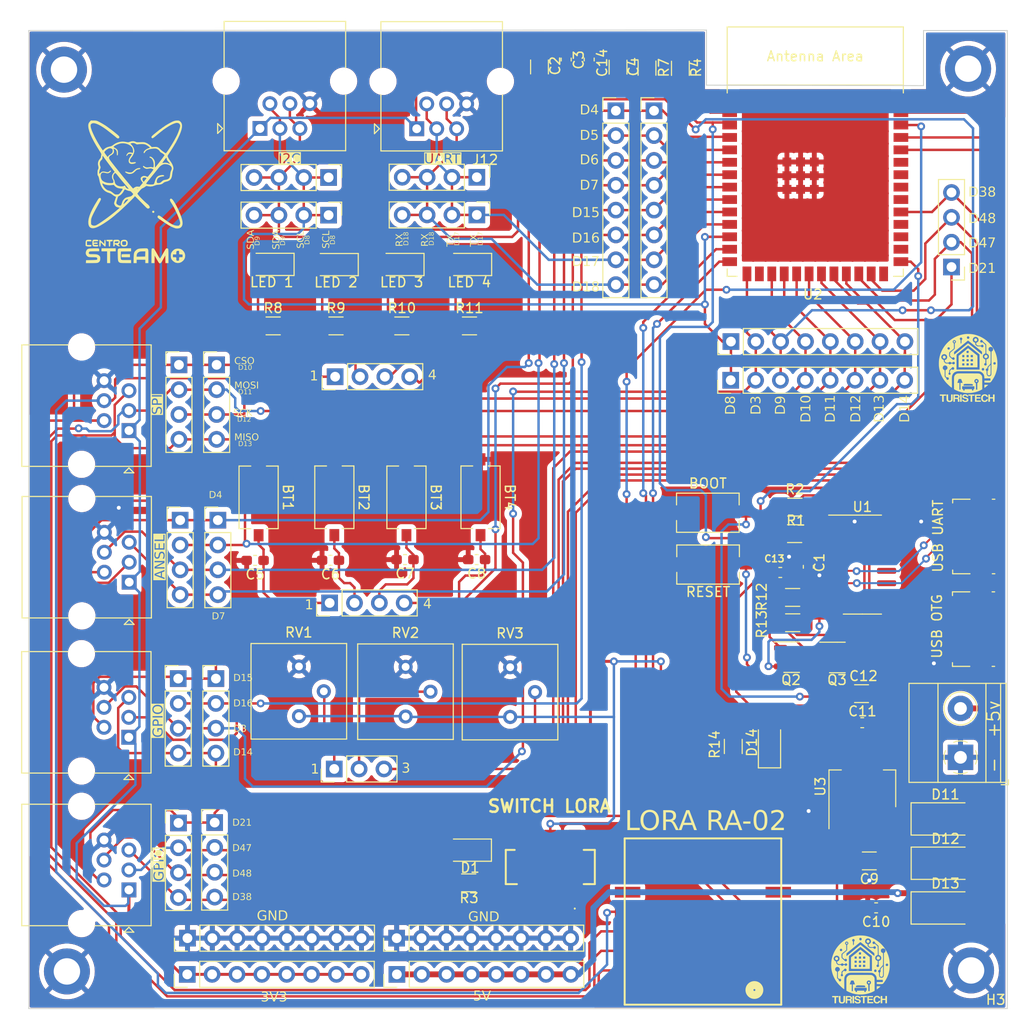
<source format=kicad_pcb>
(kicad_pcb (version 20221018) (generator pcbnew)
  (layers (0 "F.Cu" signal) (31 "B.Cu" signal) (34 "B.Paste" user) (35 "F.Paste" user) (36 "B.SilkS" user "B.Silkscreen") (37 "F.SilkS" user "F.Silkscreen") (38 "B.Mask" user) (39 "F.Mask" user) (44 "Edge.Cuts" user))
  (net 0 "")
  (net 1 "GND")
  (net 2 "/GPIO_02")
  (net 3 "/GPIO_15")
  (net 4 "/GPIO_16")
  (net 5 "/GPIO_38")
  (net 6 "+3.3V")
  (net 7 "/CHIP_PU")
  (net 8 "+5V")
  (net 9 "/GPIO0")
  (net 10 "/GPIO_01")
  (net 11 "Net-(D7-A)")
  (net 12 "Net-(D8-A)")
  (net 13 "Net-(D9-A)")
  (net 14 "Net-(D10-A)")
  (net 15 "/VBUS_OTG")
  (net 16 "/VBUS")
  (net 17 "/V_EXT")
  (net 18 "Net-(D14-A)")
  (net 19 "/GPIO_18")
  (net 20 "/GPIO_17")
  (net 21 "/D-")
  (net 22 "/D+")
  (net 24 "/GPIO_08")
  (net 25 "/GPIO_09")
  (net 26 "/GPIO_10")
  (net 27 "/GPIO_12")
  (net 28 "/GPIO_13")
  (net 29 "/GPIO_11")
  (net 30 "/GPIO_19")
  (net 31 "/GPIO_20")
  (net 33 "/GPIO_42_TMS")
  (net 34 "/GPIO_39_TCK")
  (net 35 "/GPIO_40_TDO")
  (net 36 "/GPIO_41_TDI")
  (net 37 "Net-(Q2-B)")
  (net 38 "/RTS")
  (net 39 "Net-(Q3-B)")
  (net 40 "/DTR")
  (net 41 "Net-(U1-TXD)")
  (net 42 "/U0RXD")
  (net 43 "Net-(U1-RXD)")
  (net 44 "/U0TXD")
  (net 45 "Net-(U2-3V3)")
  (net 46 "/GPIO_45")
  (net 47 "/GPIO_48")
  (net 48 "/GPIO_47")
  (net 49 "/GPIO_21")
  (net 50 "/GPIO_14")
  (net 51 "/GPIO_46")
  (net 52 "/GPIO_04")
  (net 53 "/GPIO_05")
  (net 54 "/GPIO_06")
  (net 55 "/GPIO_07")
  (net 65 "/LED1")
  (net 66 "/LED2")
  (net 67 "/LED3")
  (net 68 "/LED4")
  (net 69 "/POT1")
  (net 70 "/POT2")
  (net 71 "/POT3")
  (net 72 "/BTN1")
  (net 73 "/BTN2")
  (net 74 "/BTN3")
  (net 75 "/BTN4")
  (net 76 "/GPIO_03")
  (net 82 "Net-(U1-VCC)")
  (net 88 "Net-(D1-A)")
  (net 89 "Net-(S1-NC_4)")
  (footprint "Connector_PinHeader_2.54mm:PinHeader_1x04_P2.54mm_Vertical" (layer "F.Cu") (at 30.645 18.875 -90)
    (fp_text reference "J19" hide)
    (fp_text value "~" hide)
  )
  (footprint "Capacitor_SMD:C_0603_1608Metric_Pad1.08x0.95mm_HandSolder" (layer "F.Cu") (at 85.1775 70.77 180)
    (fp_text reference "C11")
    (fp_text value "0.1 uF")
  )
  (footprint "Capacitor_SMD:C_1206_3216Metric_Pad1.33x1.80mm_HandSolder" (layer "F.Cu") (at 85.9 84.9 180)
    (fp_text reference "C9")
    (fp_text value "10 uF")
  )
  (footprint "Connector_PinHeader_2.54mm:PinHeader_1x04_P2.54mm_Vertical" (layer "F.Cu") (at 15.35 34.18)
    (fp_text reference "J20" hide)
    (fp_text value "~")
  )
  (footprint "Capacitor_SMD:C_0603_1608Metric_Pad1.08x0.95mm_HandSolder" (layer "F.Cu") (at 86.6 89.7 180)
    (fp_text reference "C10")
    (fp_text value "0.1 uF")
  )
  (footprint "Capacitor_SMD:C_1206_3216Metric_Pad1.33x1.80mm_HandSolder" (layer "F.Cu") (at 85.1075 67.8 180)
    (fp_text reference "C12")
    (fp_text value "10 uF")
  )
  (footprint "Connector_RJ:RJ25_Wayconn_MJEA-660X1_Horizontal" (layer "F.Cu") (at 10.225 72.26 -90)
    (fp_text reference "J22" hide)
    (fp_text value "GPIO")
  )
  (footprint "Capacitor_SMD:C_0603_1608Metric_Pad1.08x0.95mm_HandSolder" (layer "F.Cu") (at 23.1325 54.175 180)
    (fp_text reference "C5")
    (fp_text value "0.1 uF")
  )
  (footprint "Capacitor_SMD:C_0603_1608Metric_Pad1.08x0.95mm_HandSolder" (layer "F.Cu") (at 30.8375 54.165 180)
    (fp_text reference "C6")
    (fp_text value "0.1 uF")
  )
  (footprint "Connector_PinHeader_2.54mm:PinHeader_1x04_P2.54mm_Vertical" (layer "F.Cu") (at 31.3125 35.3925 90)
    (fp_text reference "J3" hide)
    (fp_text value "LEDS" hide)
  )
  (footprint "Images:CentroSteamLogo" (layer "F.Cu") (at 10.971268 16.67879)
    (fp_text reference "G***" hide)
    (fp_text value "LOGO" hide)
  )
  (footprint "Connector_PinHeader_2.54mm:PinHeader_1x04_P2.54mm_Vertical" (layer "F.Cu") (at 15.275 66.26)
    (fp_text reference "J26" hide)
    (fp_text value "~")
  )
  (footprint "Connector_PinHeader_2.54mm:PinHeader_1x08_P2.54mm_Vertical" (layer "F.Cu") (at 71.76 31.8 90)
    (fp_text reference "J1" hide)
    (fp_text value "12,15,17,18,19,20,21,22" hide)
  )
  (footprint "LED_SMD:LED_1206_3216Metric" (layer "F.Cu") (at 38.11 23.92 180)
    (fp_text reference "LED 3")
    (fp_text value "Blue LED" hide)
  )
  (footprint "TerminalBlock_Phoenix:TerminalBlock_Phoenix_MKDS-1,5-2_1x02_P5.00mm_Horizontal" (layer "F.Cu") (at 95.22 74.31 90)
    (fp_text reference "J6" hide)
    (fp_text value "Screw_Terminal_01x02")
  )
  (footprint "Connector_PinHeader_2.54mm:PinHeader_1x08_P2.54mm_Vertical" (layer "F.Cu") (at 60 8.2)
    (fp_text reference "J4" hide)
    (fp_text value "4,5,6,7,8,9,10,11" hide)
  )
  (footprint "Diode_SMD:D_SMA" (layer "F.Cu") (at 93.68 89.71)
    (fp_text reference "D13")
    (fp_text value "D_Schottky")
  )
  (footprint "Images:imagenMejora" (layer "F.Cu") (at 84.992633 96.398704)
    (fp_text reference "G***" hide)
    (fp_text value "LOGO" hide)
  )
  (footprint "Button_Switch_SMD:SW_Tactile_SPST_NO_Straight_CK_PTS636Sx25SMTRLFS" (layer "F.Cu") (at 69.4 49.3)
    (fp_text reference "BOOT")
    (fp_text value "SW_Push")
  )
  (footprint "LED_SMD:LED_1206_3216Metric" (layer "F.Cu") (at 45 83.8 180)
    (fp_text reference "D1")
    (fp_text value "Blue LED")
  )
  (footprint "" (layer "F.Cu") (at 96 3.9)
    (fp_text reference "")
    (fp_text value "")
  )
  (footprint "Button_Switch_SMD:SW_Tactile_SPST_NO_Straight_CK_PTS636Sx25SMTRLFS" (layer "F.Cu") (at 46.17 47.72 -90)
    (fp_text reference "BT4")
    (fp_text value "SW_Push")
  )
  (footprint "Connector_RJ:RJ25_Wayconn_MJEA-660X1_Horizontal" (layer "F.Cu") (at 39.65 10.04 180)
    (fp_text reference "J12")
    (fp_text value "RJ25")
  )
  (footprint "Connector_RJ:RJ25_Wayconn_MJEA-660X1_Horizontal" (layer "F.Cu") (at 23.625 10.015 180)
    (fp_text reference "J13" hide)
    (fp_text value "RJ25" hide)
  )
  (footprint "Connector_PinHeader_2.54mm:PinHeader_1x08_P2.54mm_Vertical" (layer "F.Cu") (at 37.6 92.8 90)
    (fp_text reference "J33" hide)
    (fp_text value "GND")
  )
  (footprint "Resistor_SMD:R_1206_3216Metric" (layer "F.Cu") (at 78.2975 48.73)
    (fp_text reference "R2")
    (fp_text value "1K")
  )
  (footprint "Connector_PinHeader_2.54mm:PinHeader_1x08_P2.54mm_Vertical" (layer "F.Cu") (at 37.62 96.5 90)
    (fp_text reference "J31" hide)
    (fp_text value "5v")
  )
  (footprint "RA-02:RA-02" (layer "F.Cu") (at 68.9 91.1 180)
    (fp_text reference "U4" hide)
    (fp_text value "RA-02")
  )
  (footprint "Connector_RJ:RJ25_Wayconn_MJEA-660X1_Horizontal" (layer "F.Cu") (at 10.265 56.4 -90)
    (fp_text reference "J9" hide)
    (fp_text value "ANSEL")
  )
  (footprint "Resistor_SMD:R_1206_3216Metric" (layer "F.Cu") (at 72 73.2 -90)
    (fp_text reference "R14")
    (fp_text value "330R")
  )
  (footprint "Capacitor_SMD:C_0603_1608Metric_Pad1.08x0.95mm_HandSolder" (layer "F.Cu") (at 45.7725 54.095 180)
    (fp_text reference "C8")
    (fp_text value "0.1 uF")
  )
  (footprint "Images:imagenMejora" (layer "F.Cu") (at 95.992633 34.898704)
    (fp_text reference "G***" hide)
    (fp_text value "LOGO" hide)
  )
  (footprint "Resistor_SMD:R_1206_3216Metric" (layer "F.Cu") (at 66.595 3.8625 -90)
    (fp_text reference "R4")
    (fp_text value "0R")
  )
  (footprint "Potentiometer_THT:Potentiometer_Bourns_3386P_Vertical" (layer "F.Cu") (at 27.615 70.1)
    (fp_text reference "RV1")
    (fp_text value "100K")
  )
  (footprint "LED_SMD:LED_1206_3216Metric" (layer "F.Cu") (at 24.83 23.91 180)
    (fp_text reference "LED 1")
    (fp_text value "Blue LED" hide)
  )
  (footprint "Connector_RJ:RJ25_Wayconn_MJEA-660X1_Horizontal" (layer "F.Cu") (at 10.235 87.865 -90)
    (fp_text reference "J23" hide)
    (fp_text value "GPIO2" hide)
  )
  (footprint "Potentiometer_THT:Potentiometer_Bourns_3386P_Vertical" (layer "F.Cu") (at 49.2 70.18)
    (fp_text reference "RV3")
    (fp_text value "100K")
  )
  (footprint "MountingHole:MountingHole_2.7mm_M2.5_DIN965_Pad" (layer "F.Cu") (at 96.3 96.1)
    (fp_text reference "H3")
    (fp_text value "MountingHole_2.7mm_M2.5_DIN965_Pad" hide)
  )
  (footprint "Connector_PinHeader_2.54mm:PinHeader_1x08_P2.54mm_Vertical" (layer "F.Cu") (at 63.9 8.2)
    (fp_text reference "J7" hide)
    (fp_text value "4,5,6,7,8,9,10,11" hide)
  )
  (footprint "Connector_PinHeader_2.54mm:PinHeader_1x04_P2.54mm_Vertical" (layer "F.Cu") (at 15.3 81.02)
    (fp_text reference "J28" hide)
    (fp_text value "~")
  )
  (footprint "Connector_PinHeader_2.54mm:PinHeader_1x04_P2.54mm_Vertical" (layer "F.Cu") (at 15.475 50.06)
    (fp_text reference "J24" hide)
    (fp_text value "~")
  )
  (footprint "Connector_PinHeader_2.54mm:PinHeader_1x04_P2.54mm_Vertical" (layer "F.Cu") (at 30.645 15.025 -90)
    (fp_text reference "J18" hide)
    (fp_text value "~" hide)
  )
  (footprint "Resistor_SMD:R_1206_3216Metric" (layer "F.Cu") (at 44.96 87.14)
    (fp_text reference "R3")
    (fp_text value "330R")
  )
  (footprint "Capacitor_SMD:C_0603_1608Metric_Pad1.08x0.95mm_HandSolder" (layer "F.Cu") (at 57.275 2.96 90)
    (fp_text reference "C14")
    (fp_text value "0.1 uF")
  )
  (footprint "Button_Switch_SMD:SW_Tactile_SPST_NO_Straight_CK_PTS636Sx25SMTRLFS" (layer "F.Cu") (at 31.23 47.72 -90)
    (fp_text reference "BT2")
    (fp_text value "SW_Push")
  )
  (footprint "Connector_USB:USB_Micro-B_Molex_47346-0001" (layer "F.Cu") (at 96.11 61.2 90)
    (fp_text reference "J8" hide)
    (fp_text value "USB_B_Micro")
  )
  (footprint "Resistor_SMD:R_1206_3216Metric" (layer "F.Cu") (at 24.9775 30.2)
    (fp_text reference "R8")
    (fp_text value "330R")
  )
  (footprint "Resistor_SMD:R_1206_3216Metric" (layer "F.Cu") (at 78.0625 57.96)
    (fp_text reference "R12")
    (fp_text value "10K")
  )
  (footprint "Connector_PinHeader_2.54mm:PinHeader_1x04_P2.54mm_Vertical" (layer "F.Cu") (at 30.75 58.525 90)
    (fp_text reference "J10" hide)
    (fp_text value "BUTTONS")
  )
  (footprint "Capacitor_SMD:C_0603_1608Metric_Pad1.08x0.95mm_HandSolder" (layer "F.Cu") (at 76.8025 55.41)
    (fp_text reference "C13")
    (fp_text value "0.1 uF")
  )
  (footprint "Diode_SMD:D_SMA" (layer "F.Cu") (at 93.68 80.61)
    (fp_text reference "D11")
    (fp_text value "D_Schottky")
  )
  (footprint "Package_TO_SOT_SMD:SOT-23-3" (layer "F.Cu") (at 77.9675 64.07)
    (fp_text reference "Q2")
    (fp_text value "Q_NPN_BEC")
  )
  (footprint "Resistor_SMD:R_1206_3216Metric" (layer "F.Cu") (at 45.04 30.2)
    (fp_text reference "R11")
    (fp_text value "330R")
  )
  (footprint "Connector_PinHeader_2.54mm:PinHeader_1x04_P2.54mm_Vertical" (layer "F.Cu") (at 19.325 50.06)
    (fp_text reference "J25" hide)
    (fp_text value "~")
  )
  (footprint "Capacitor_SMD:C_0603_1608Metric_Pad1.08x0.95mm_HandSolder" (layer "F.Cu") (at 54.925 2.9625 -90)
    (fp_text reference "C3")
    (fp_text value "0.1 uF")
  )
  (footprint "Button_Switch_SMD:SW_Tactile_SPST_NO_Straight_CK_PTS636Sx25SMTRLFS" (layer "F.Cu") (at 69.425 54.6)
    (fp_text reference "RESET")
    (fp_text value "SW_Push")
  )
  (footprint "Resistor_SMD:R_1206_3216Metric" (layer "F.Cu") (at 78.27 51.44 180)
    (fp_text reference "R1")
    (fp_text value "1K")
  )
  (footprint "Connector_PinHeader_2.54mm:PinHeader_1x04_P2.54mm_Vertical" (layer "F.Cu") (at 94.3 24.18 180)
    (fp_text reference "J5" hide)
    (fp_text value "23,24,25,31" hide)
  )
  (footprint "Connector_PinHeader_2.54mm:PinHeader_1x04_P2.54mm_Vertical" (layer "F.Cu") (at 19.2 34.18)
    (fp_text reference "J21" hide)
    (fp_text value "~")
  )
  (footprint "Resistor_SMD:R_1206_3216Metric" (layer "F.Cu") (at 78.0725 60.55 180)
    (fp_text reference "R13")
    (fp_text value "10K")
  )
  (footprint "Resistor_SMD:R_1206_3216Metric" (layer "F.Cu") (at 63.185 3.8425 90)
    (fp_text reference "R7")
    (fp_text value "10K")
  )
  (footprint "Connector_PinHeader_2.54mm:PinHeader_1x04_P2.54mm_Vertical" (layer "F.Cu") (at 45.79 15 -90)
    (fp_text reference "J16" hide)
    (fp_text value "~" hide)
  )
  (footprint "Potentiometer_THT:Potentiometer_Bourns_3386P_Vertical" (layer "F.Cu") (at 38.515 70.14)
    (fp_text reference "RV2")
    (fp_text value "100K")
  )
  (footprint "Package_TO_SOT_SMD:SOT-23-3" (layer "F.Cu") (at 82.6375 64.1)
    (fp_text reference "Q3")
    (fp_text value "Q_NPN_BEC")
  )
  (footprint "Connector_PinHeader_2.54mm:PinHeader_1x08_P2.54mm_Vertical" (layer "F.Cu") (at 16.22 92.8 90)
    (fp_text reference "J30" hide)
    (fp_text value "GND")
  )
  (footprint "Diode_SMD:D_SMA" (layer "F.Cu") (at 93.69 85.14)
    (fp_text reference "D12")
    (fp_text value "D_Schottky")
  )
  (footprint "Connector_PinHeader_2.54mm:PinHeader_1x08_P2.54mm_Vertical" (layer "F.Cu") (at 16.2 96.5 90)
    (fp_text reference "J11" hide)
    (fp_text value "5v")
  )
  (footprint "Connector_PinHeader_2.54mm:PinHeader_1x04_P2.54mm_Vertical" (layer "F.Cu") (at 19 80.98)
    (fp_text reference "J29" hide)
    (fp_text value "~")
  )
  (footprint "Package_TO_SOT_SMD:SOT-223-3_TabPin2" (layer "F.Cu") (at 85.19 77.51 90)
    (fp_text reference "U3")
    (fp_text value "3.3v 1A")
  )
  (footprint "Connector_RJ:RJ25_Wayconn_MJEA-660X1_Horizontal" (layer "F.Cu") (at 10.24 40.9 -90)
    (fp_text reference "J14" hide)
    (fp_text value "RJ25")
  )
  (footprint "Connector_PinHeader_2.54mm:PinHeader_1x04_P2.54mm_Vertical" (layer "F.Cu") (at 19.125 66.26)
    (fp_text reference "J27" hide)
    (fp_text value "~")
  )
  (footprint "" (layer "F.Cu") (at 3.9 96.2)
    (fp_text reference "")
    (fp_text value "")
  )
  (footprint "Resistor_SMD:R_1206_3216Metric" (layer "F.Cu") (at 31.4 30.2)
    (fp_text reference "R9")
    (fp_text value "330R")
  )
  (footprint "LED_SMD:LED_1206_3216Metric" (layer "F.Cu") (at 45.02 23.92 180)
    (fp_text reference "LED 4")
    (fp_text value "Blue LED" hide)
  )
  (footprint "" (layer "F.Cu") (at 3.6 4)
    (fp_text reference "")
    (fp_text value "")
  )
  (footprint "LED_SMD:LED_1206_3216Metric" (layer "F.Cu") (at 75.7 73.1 90)
    (fp_text reference "D14")
    (fp_text value "RED LED")
  )
  (footprint "Button_Switch_SMD:SW_Tactile_SPST_NO_Straight_CK_PTS636Sx25SMTRLFS" (layer "F.Cu") (at 23.49 47.73 -90)
    (fp_text reference "BT1")
    (fp_text value "SW_Push")
  )
  (footprint "Capacitor_SMD:C_0603_1608Metric_Pad1.08x0.95mm_HandSolder" (layer "F.Cu") (at 79.67 54.83 -90)
    (fp_text reference "C1")
    (fp_text value "0.1 uF")
  )
  (footprint "PCM_Espressif:ESP32-S3-WROOM-1" (layer "F.Cu") (at 80.38 15.38)
    (fp_text reference "U2")
    (fp_text value "ESP32-S3-WROOM-1")
  )
  (footprint "Button_Switch_SMD:SW_Tactile_SPST_NO_Straight_CK_PTS636Sx25SMTRLFS" (layer "F.Cu") (at 38.6 47.725 -90)
    (fp_text reference "BT3")
    (fp_text value "SW_Push")
  )
  (footprint "Connector_PinHeader_2.54mm:PinHeader_1x08_P2.54mm_Vertical" (layer "F.Cu") (at 71.737652 35.752944 90)
    (fp_text reference "J15" hide)
    (fp_text value "12,15,17,18,19,20,21,22" hide)
  )
  (footprint "Connector_USB:USB_Micro-B_Molex_47346-0001" (layer "F.Cu") (at 96.13 51.73 90)
    (fp_text reference "J2" hide)
    (fp_text value "USB_B_Micro")
  )
  (footprint "Capacitor_SMD:C_0603_1608Metric_Pad1.08x0.95mm_HandSolder" (layer "F.Cu") (at 38.4525 54.095 180)
    (fp_text reference "C7")
    (fp_text value "0.1 uF")
  )
  (footprint "Connector_PinHeader_2.54mm:PinHeader_1x03_P2.54mm_Vertical" (layer "F.Cu") (at 31.22 75.5 90)
    (fp_text reference "J32" hide)
    (fp_text value "Conn_01x03_Pin")
  )
  (footprint "Package_SO:SOIC-16_3.9x9.9mm_P1.27mm" (layer "F.Cu") (at 85.195 54.605)
    (fp_text reference "U1")
    (fp_text value "CH340C")
  )
  (footprint "Capacitor_SMD:C_1206_3216Metric_Pad1.33x1.80mm_HandSolder" (layer "F.Cu") (at 52.195 3.7225 -90)
    (fp_text reference "C2")
    (fp_text value "10 uF")
  )
  (footprint "Capacitor_SMD:C_1206_3216Metric_Pad1.33x1.80mm_HandSolder" (layer "F.Cu") (at 60.225 3.7425 90)
    (fp_text reference "C4")
    (fp_text value "1 uF")
  )
  (footprint "Resistor_SMD:R_1206_3216Metric" (layer "F.Cu") (at 38.13 30.2)
    (fp_text reference "R10")
    (fp_text value "330R")
  )
  (footprint "LED_SMD:LED_1206_3216Metric" (layer "F.Cu") (at 31.39 23.93 180)
    (fp_text reference "LED 2")
    (fp_text value "Blue LED" hide)
  )
  (footprint "SWITCH SMD:SLW9135352ASMT" (layer "F.Cu") (at 53.3 85.525 180)
    (fp_text reference "SWITCH LORA")
    (fp_text value "SLW-913535-2A-SMT" hide)
  )
  (footprint "Connector_PinHeader_2.54mm:PinHeader_1x04_P2.54mm_Vertical" (layer "F.Cu") (at 45.79 18.85 -90)
    (fp_text reference "J17" hide)
    (fp_text value "~" hide)
  )
  (gr_line (start 0 0) (end 0 100) (stroke (width 0.1)) (layer "Edge.Cuts"))
  (gr_line (start 91.44 5.63) (end 69.26 5.585) (stroke (width 0.1)) (layer "Edge.Cuts"))
  (gr_line (start 0 100) (end 100 100) (stroke (width 0.1)) (layer "Edge.Cuts"))
  (gr_line locked (start 69.26 5.585) (end 69.26 -0.045) (stroke (width 0.1)) (layer "Edge.Cuts"))
  (gr_line (start 100 100) (end 100 0) (stroke (width 0.1)) (layer "Edge.Cuts"))
  (gr_line locked (start 91.44 0) (end 91.44 5.63) (stroke (width 0.1)) (layer "Edge.Cuts"))
  (gr_line (start 69.26 -0.045) (end 0 0) (stroke (width 0.1)) (layer "Edge.Cuts"))
  (gr_line locked (start 100 0) (end 91.44 0) (stroke (width 0.1)) (layer "Edge.Cuts"))
  (gr_text "D3\n\n" (at 20.9 72) (layer "F.SilkS") (effects (font (size 0.7 0.7) (thickness 0.125)) (justify left)))
  (gr_text "D17\n\n" (at 44.2 22 90) (layer "F.SilkS") (effects (font (size 0.5 0.5) (thickness 0.125)) (justify left)))
  (gr_text "D13\n\n" (at 21.4 42.7) (layer "F.SilkS") (effects (font (size 0.5 0.5) (thickness 0.125)) (justify left)))
  (gr_text "D5\n\n" (at 56.3 11.6) (layer "F.SilkS") (effects (font (size 1 1) (thickness 0.125)) (justify left)))
  (gr_text "D13\n\n" (at 87.8 40.1 90) (layer "F.SilkS") (effects (font (size 1 1) (thickness 0.125)) (justify left)))
  (gr_text "D7\n\n" (at 56.3 16.7) (layer "F.SilkS") (effects (font (size 1 1) (thickness 0.125)) (justify left)))
  (gr_text "D18\n\n" (at 39 22 90) (layer "F.SilkS") (effects (font (size 0.5 0.5) (thickness 0.125)) (justify left)))
  (gr_text "D16\n\n" (at 20.9 69.4) (layer "F.SilkS") (effects (font (size 0.7 0.7) (thickness 0.125)) (justify left)))
  (gr_text "TX\n\n" (at 43.7 22.1 90) (layer "F.SilkS") (effects (font (size 0.7 0.7) (thickness 0.125)) (justify left)))
  (gr_text "SPI\n\n" (at 14.02 39.29 90) (layer "F.SilkS" knockout) (effects (font (size 1 1) (thickness 0.125)) (justify left)))
  (gr_text "1\n\n" (at 28.8 76.4) (layer "F.SilkS") (effects (font (size 1 1) (thickness 0.125)) (justify left)))
  (gr_text "1\n\n" (at 28.2 59.6) (layer "F.SilkS") (effects (font (size 1 1) (thickness 0.125)) (justify left)))
  (gr_text "D11\n\n" (at 21.4 37.4) (layer "F.SilkS") (effects (font (size 0.5 0.5) (thickness 0.125)) (justify left)))
  (gr_text "GND\n\n" (at 44.9 91.5) (layer "F.SilkS") (effects (font (size 1 1) (thickness 0.125)) (justify left)))
  (gr_text "D10\n\n" (at 80.3 40.1 90) (layer "F.SilkS") (effects (font (size 1 1) (thickness 0.125)) (justify left)))
  (gr_text "D38\n\n" (at 96 17.4) (layer "F.SilkS") (effects (font (size 1 1) (thickness 0.125)) (justify left)))
  (gr_text "CSO\n\n" (at 21 34.4) (layer "F.SilkS") (effects (font (size 0.7 0.7) (thickness 0.125)) (justify left)))
  (gr_text "D3\n\n" (at 75.2 39.3 90) (layer "F.SilkS") (effects (font (size 1 1) (thickness 0.125)) (justify left)))
  (gr_text "D14\n\n" (at 90.4 40.1 90) (layer "F.SilkS") (effects (font (size 1 1) (thickness 0.125)) (justify left)))
  (gr_text "SCK\n\n" (at 20.9 39.7) (layer "F.SilkS") (effects (font (size 0.7 0.7) (thickness 0.125)) (justify left)))
  (gr_text "1\n\n" (at 28.7 36.2) (layer "F.SilkS") (effects (font (size 1 1) (thickness 0.125)) (justify left)))
  (gr_text "D15\n\n" (at 20.9 66.8) (layer "F.SilkS") (effects (font (size 0.7 0.7) (thickness 0.125)) (justify left)))
  (gr_text "D14\n\n" (at 20.9 74.4) (layer "F.SilkS") (effects (font (size 0.7 0.7) (thickness 0.125)) (justify left)))
  (gr_text "SDA\n\n" (at 23.3 22.4 90) (layer "F.SilkS") (effects (font (size 0.7 0.7) (thickness 0.125)) (justify left)))
  (gr_text "SDA\n\n" (at 25.9 22.4 90) (layer "F.SilkS") (effects (font (size 0.7 0.7) (thickness 0.125)) (justify left)))
  (gr_text "GPIO\n\n" (at 14.2 87 90) (layer "F.SilkS" knockout) (effects (font (size 1 1) (thickness 0.125)) (justify left)))
  (gr_text "5V\n\n" (at 45.4 99.6) (layer "F.SilkS") (effects (font (size 1 1) (thickness 0.125)) (justify left)))
  (gr_text "GND\n\n" (at 23.3 91.4) (layer "F.SilkS") (effects (font (size 1 1) (thickness 0.125)) (justify left)))
  (gr_text "D21\n\n" (at 20.8 81.6) (layer "F.SilkS") (effects (font (size 0.7 0.7) (thickness 0.125)) (justify left)))
  (gr_text "D48\n\n" (at 20.8 86.8) (layer "F.SilkS") (effects (font (size 0.7 0.7) (thickness 0.125)) (justify left)))
  (gr_text "GPIO\n\n" (at 14.1 72.3 90) (layer "F.SilkS" knockout) (effects (font (size 1 1) (thickness 0.125)) (justify left)))
  (gr_text "D48\n\n" (at 96 20.1) (layer "F.SilkS") (effects (font (size 1 1) (thickness 0.125)) (justify left)))
  (gr_text "D6\n\n" (at 56.3 14.1) (layer "F.SilkS") (effects (font (size 1 1) (thickness 0.125)) (justify left)))
  (gr_text "D12\n\n" (at 85.4 40.1 90) (layer "F.SilkS") (effects (font (size 1 1) (thickness 0.125)) (justify left)))
  (gr_text "D38\n\n" (at 20.8 89.2) (layer "F.SilkS") (effects (font (size 0.7 0.7) (thickness 0.125)) (justify left)))
  (gr_text "USB UART" (at 93.5 55.5 90) (layer "F.SilkS") (effects (font (size 1 1)) (justify left bottom)))
  (gr_text "D18\n\n" (at 41.6 22 90) (layer "F.SilkS") (effects (font (size 0.5 0.5) (thickness 0.125)) (justify left)))
  (gr_text "4\n\n" (at 40.3 59.5) (layer "F.SilkS") (effects (font (size 1 1) (thickness 0.125)) (justify left)))
  (gr_text "LORA RA-02\n\n" (at 60.9 82.6) (layer "F.SilkS") (effects (font (size 2 2) (thickness 0.125)) (justify left)))
  (gr_text "MOSI\n\n" (at 21 36.9) (layer "F.SilkS") (effects (font (size 0.7 0.7) (thickness 0.125)) (justify left)))
  (gr_text "D18\n\n" (at 55.5 27.1) (layer "F.SilkS") (effects (font (size 1 1) (thickness 0.125)) (justify left)))
  (gr_text "D12\n\n" (at 21.3 40.2) (layer "F.SilkS") (effects (font (size 0.5 0.5) (thickness 0.125)) (justify left)))
  (gr_text "D9\n\n" (at 23.8 22 90) (layer "F.SilkS") (effects (font (size 0.5 0.5) (thickness 0.125)) (justify left)))
  (gr_text "D4\n\n" (at 18.4 48.1) (layer "F.SilkS") (effects (font (size 0.7 0.7) (thickness 0.125)) (justify left)))
  (gr_text "USB OTG" (at 93.4 64.3 90) (layer "F.SilkS") (effects (font (size 1 1)) (justify left bottom)))
  (gr_text "D8\n\n" (at 28.9 21.9 90) (layer "F.SilkS") (effects (font (size 0.5 0.5) (thickness 0.125)) (justify left)))
  (gr_text "D16\n\n" (at 55.5 22.1) (layer "F.SilkS") (effects (font (size 1 1) (thickness 0.125)) (justify left)))
  (gr_text "D15\n\n" (at 55.5 19.5) (layer "F.SilkS") (effects (font (size 1 1) (thickness 0.125)) (justify left)))
  (gr_text "TX\n\n" (at 46.1 22.1 90) (layer "F.SilkS") (effects (font (size 0.7 0.7) (thickness 0.125)) (justify left)))
  (gr_text "D8\n\n" (at 72.6 39.3 90) (layer "F.SilkS") (effects (font (size 1 1) (thickness 0.125)) (justify left)))
  (gr_text "3\n\n" (at 38.1 76.3) (layer "F.SilkS") (effects (font (size 1 1) (thickness 0.125)) (justify left)))
  (gr_text "D11\n\n" (at 82.8 40.1 90) (layer "F.SilkS") (effects (font (size 1 1) (thickness 0.125)) (justify left)))
  (gr_text "D17\n\n" (at 46.6 22 90) (layer "F.SilkS") (effects (font (size 0.5 0.5) (thickness 0.125)) (justify left)))
  (gr_text "-  +5v" (at 98.6 72.2 90) (layer "F.SilkS") (effects (font (size 1.3 1.3))))
  (gr_text "D7\n\n" (at 18.7 60.5) (layer "F.SilkS") (effects (font (size 0.7 0.7) (thickness 0.125)) (justify left)))
  (gr_text "4\n\n" (at 40.8 36.1) (layer "F.SilkS") (effects (font (size 1 1) (thickness 0.125)) (justify left)))
  (gr_text "D47\n\n" (at 20.8 84.2) (layer "F.SilkS") (effects (font (size 0.7 0.7) (thickness 0.125)) (justify left)))
  (gr_text "D4\n\n" (at 56.3 9) (layer "F.SilkS") (effects (font (size 1 1) (thickness 0.125)) (justify left)))
  (gr_text "SCL\n\n" (at 28.4 22.3 90) (layer "F.SilkS") (effects (font (size 0.7 0.7) (thickness 0.125)) (justify left)))
  (gr_text "I2C\n\n" (at 25.5 14) (layer "F.SilkS" knockout) (effects (font (size 1 1) (thickness 0.125)) (justify left)))
  (gr_text "3V3\n\n" (at 23.7 99.7) (layer "F.SilkS") (effects (font (size 1 1) (thickness 0.125)) (justify left)))
  (gr_text "RX\n\n" (at 41.1 22.1 90) (layer "F.SilkS") (effects (font (size 0.7 0.7) (thickness 0.125)) (justify left)))
  (gr_text "MISO\n\n" (at 21 42.2) (layer "F.SilkS") (effects (font (size 0.7 0.7) (thickness 0.125)) (justify left)))
  (gr_text "D10\n\n" (at 21.4 34.9) (layer "F.SilkS") (effects (font (size 0.5 0.5) (thickness 0.125)) (justify left)))
  (gr_text "ANSEL\n\n" (at 14.3 56.1 90) (layer "F.SilkS" knockout) (effects (font (size 1 1) (thickness 0.125)) (justify left)))
  (gr_text "D47\n\n" (at 96 22.6) (layer "F.SilkS") (effects (font (size 1 1) (thickness 0.125)) (justify left)))
  (gr_text "D9\n\n" (at 77.7 39.3 90) (layer "F.SilkS") (effects (font (size 1 1) (thickness 0.125)) (justify left)))
  (gr_text "RX\n\n" (at 38.5 22.1 90) (layer "F.SilkS") (effects (font (size 0.7 0.7) (thickness 0.125)) (justify left)))
  (gr_text "SCL\n\n" (at 31 22.3 90) (layer "F.SilkS") (effects (font (size 0.7 0.7) (thickness 0.125)) (justify left)))
  (gr_text "UART\n\n" (at 40.4 14) (layer "F.SilkS" knockout) (effects (font (size 1 1) (thickness 0.125)) (justify left)))
  (gr_text "D17\n\n" (at 55.5 24.5) (layer "F.SilkS") (effects (font (size 1 1) (thickness 0.125)) (justify left)))
  (gr_text "D21\n\n" (at 96 25.2) (layer "F.SilkS") (effects (font (size 1 1) (thickness 0.125)) (justify left)))
  (gr_text "D8\n\n" (at 31.5 21.9 90) (layer "F.SilkS") (effects (font (size 0.5 0.5) (thickness 0.125)) (justify left)))
  (gr_text "D9\n\n" (at 26.4 22 90) (layer "F.SilkS") (effects (font (size 0.5 0.5) (thickness 0.125)) (justify left)))
  (via (at 9.2 48.795) (size 0.8) (drill 0.4) (layers "F.Cu" "B.Cu") (net 1))
  (via (at 85.9 86.9) (size 0.8) (drill 0.4) (layers "F.Cu" "B.Cu") (net 1))
  (via (at 91.2 50.2) (size 0.8) (drill 0.4) (layers "F.Cu" "B.Cu") (net 1))
  (via (at 92.5 64.7) (size 0.8) (drill 0.4) (layers "F.Cu" "B.Cu") (net 1))
  (via (at 80.8 55.7) (size 0.8) (drill 0.4) (layers "F.Cu" "B.Cu") (net 1))
  (via (at 79.7 79.8) (size 0.8) (drill 0.4) (layers "F.Cu" "B.Cu") (net 1))
  (via (at 84.4 50.2) (size 0.8) (drill 0.4) (layers "F.Cu" "B.Cu") (net 1))
  (via (at 77.7 53.8) (size 0.8) (drill 0.4) (layers "F.Cu" "B.Cu") (net 1))
  (segment (start 62.025 78.325) (end 62.025 55.925) (width 0.25) (layer "F.Cu") (net 2))
  (segment (start 71.3 26.5) (end 71.2 26.5) (width 0.25) (layer "F.Cu") (net 2))
  (segment (start 61.1 55) (end 61.1 47.4) (width 0.25) (layer "F.Cu") (net 2))
  (segment (start 69.2 26.5) (end 71.3 26.5) (width 0.25) (layer "F.Cu") (net 2))
  (segment (start 91.06 9.66) (end 91.2 9.8) (width 0.25) (layer "F.Cu") (net 2))
  (segment (start 89.13 9.66) (end 91.06 9.66) (width 0.25) (layer "F.Cu") (net 2))
  (segment (start 73.8 90.1) (end 62.025 78.325) (width 0.25) (layer "F.Cu") (net 2))
  (segment (start 61.1 35.9) (end 61.1 34.6) (width 0.25) (layer "F.Cu") (net 2))
  (segment (start 62.025 55.925) (end 61.1 55) (width 0.25) (layer "F.Cu") (net 2))
  (segment (start 61.1 34.6) (end 69.2 26.5) (width 0.25) (layer "F.Cu") (net 2))
  (segment (start 76.6 90.1) (end 73.8 90.1) (width 0.25) (layer "F.Cu") (net 2))
  (via (at 61.1 35.9) (size 0.8) (drill 0.4) (layers "F.Cu" "B.Cu") (net 2))
  (via (at 61.1 47.4) (size 0.8) (drill 0.4) (layers "F.Cu" "B.Cu") (net 2))
  (via (at 91.2 9.8) (size 0.8) (drill 0.4) (layers "F.Cu" "B.Cu") (net 2))
  (via (at 71.3 26.5) (size 0.8) (drill 0.4) (layers "F.Cu" "B.Cu") (net 2))
  (segment (start 61.1 47.4) (end 61.1 35.9) (width 0.25) (layer "B.Cu") (net 2))
  (segment (start 89.3 25.6) (end 91.2 23.7) (width 0.25) (layer "B.Cu") (net 2))
  (segment (start 71.3 26.5) (end 88.4 26.5) (width 0.25) (layer "B.Cu") (net 2))
  (segment (start 88.4 26.5) (end 89.3 25.6) (width 0.25) (layer "B.Cu") (net 2))
  (segment (start 61.1 35.9) (end 61.1 36) (width 0.25) (layer "B.Cu") (net 2))
  (segment (start 91.2 23.7) (end 91.2 9.8) (width 0.25) (layer "B.Cu") (net 2))
  (segment (start 6.6 66.710578) (end 7.235578 66.075) (width 0.25) (layer "F.Cu") (net 3))
  (segment (start 55.6 19) (end 55.6 35.725305) (width 0.25) (layer "F.Cu") (net 3))
  (segment (start 56.24 18.36) (end 55.6 19) (width 0.25) (layer "F.Cu") (net 3))
  (segment (start 15.275 66.26) (end 19.125 66.26) (width 0.25) (layer "F.Cu") (net 3))
  (segment (start 19.125 66.26) (end 19.125 61.875) (width 0.25) (layer "F.Cu") (net 3))
  (segment (start 60 18.36) (end 56.24 18.36) (width 0.25) (layer "F.Cu") (net 3))
  (segment (start 19.125 61.875) (end 20.6 60.4) (width 0.25) (layer "F.Cu") (net 3))
  (segment (start 7.235578 66.075) (end 15.09 66.075) (width 0.25) (layer "F.Cu") (net 3))
  (segment (start 6.6 70.155) (end 6.6 66.710578) (width 0.25) (layer "F.Cu") (net 3))
  (segment (start 47.7 54.981396) (end 47.7 51) (width 0.25) (layer "F.Cu") (net 3))
  (segment (start 55.6 35.725305) (end 55.225305 36.1) (width 0.25) (layer "F.Cu") (net 3))
  (segment (start 66.19 16.01) (end 63.9 18.3) (width 0.25) (layer "F.Cu") (net 3))
  (segment (start 55.225305 36.1) (end 48.2 36.1) (width 0.25) (layer "F.Cu") (net 3))
  (segment (start 7.685 71.24) (end 6.6 70.155) (width 0.25) (layer "F.Cu") (net 3))
  (segment (start 42.281396 60.4) (end 47.7 54.981396) (width 0.25) (layer "F.Cu") (net 3))
  (segment (start 20.6 60.4) (end 42.281396 60.4) (width 0.25) (layer "F.Cu") (net 3))
  (segment (start 63.9 18.36) (end 60 18.36) (width 0.25) (layer "F.Cu") (net 3))
  (segment (start 15.09 66.075) (end 15.275 66.26) (width 0.25) (layer "F.Cu") (net 3))
  (segment (start 71.63 16.01) (end 66.19 16.01) (width 0.25) (layer "F.Cu") (net 3))
  (segment (start 48.2 36.1) (end 47.7 36.6) (width 0.25) (layer "F.Cu") (net 3))
  (via (at 47.7 51) (size 0.8) (drill 0.4) (layers "F.Cu" "B.Cu") (net 3))
  (via (at 47.7 36.6) (size 0.8) (drill 0.4) (layers "F.Cu" "B.Cu") (net 3))
  (segment (start 47.7 36.6) (end 47.7 51) (width 0.25) (layer "B.Cu") (net 3))
  (segment (start 14.74 72.515) (end 20.57 72.515) (width 0.25) (layer "F.Cu") (net 4))
  (segment (start 60 20.9) (end 57.8 20.9) (width 0.25) (layer "F.Cu") (net 4))
  (segment (start 12.445 70.22) (end 14.74 72.515) (width 0.25) (layer "F.Cu") (net 4))
  (segment (start 56.6 22.1) (end 56.475 22.225) (width 0.25) (layer "F.Cu") (net 4))
  (segment (start 56.475 22.225) (end 56.5 33.9) (width 0.25) (layer "F.Cu") (net 4))
  (segment (start 56.5 33.9) (end 56.475 33.875) (width 0.25) (layer "F.Cu") (net 4))
  (segment (start 20.57 72.515) (end 21.255 71.83) (width 0.25) (layer "F.Cu") (net 4))
  (segment (start 21.255 71.83) (end 21.255 68.8) (width 0.25) (layer "F.Cu") (net 4))
  (segment (start 15.275 68.8) (end 19.125 68.8) (width 0.25) (layer "F.Cu") (net 4))
  (segment (start 10.225 70.22) (end 12.445 70.22) (width 0.25) (layer "F.Cu") (net 4))
  (segment (start 71.63 17.28) (end 67.46 17.28) (width 0.25) (layer "F.Cu") (net 4))
  (segment (start 21.055 68.8) (end 19.125 68.8) (width 0.25) (layer "F.Cu") (net 4))
  (segment (start 63.9 20.9) (end 60 20.9) (width 0.25) (layer "F.Cu") (net 4))
  (segment (start 21.255 68.8) (end 21.055 68.8) (width 0.25) (layer "F.Cu") (net 4))
  (segment (start 67.46 17.28) (end 63.9 20.84) (width 0.25) (layer "F.Cu") (net 4))
  (segment (start 57.8 20.9) (end 56.6 22.1) (width 0.25) (layer "F.Cu") (net 4))
  (segment (start 23.7 68.8) (end 21.055 68.8) (width 0.25) (layer "F.Cu") (net 4))
  (via (at 56.5 33.9) (size 0.8) (drill 0.4) (layers "F.Cu" "B.Cu") (net 4))
  (via (at 23.7 68.8) (size 0.8) (drill 0.4) (layers "F.Cu" "B.Cu") (net 4))
  (segment (start 56.5 68.3) (end 56.5 33.9) (width 0.25) (layer "B.Cu") (net 4))
  (segment (start 23.7 68.8) (end 56 68.8) (width 0.25) (layer "B.Cu") (net 4))
  (segment (start 56 68.8) (end 56.5 68.3) (width 0.25) (layer "B.Cu") (net 4))
  (segment (start 89.13 18.55) (end 92.31 18.55) (width 0.25) (layer "F.Cu") (net 5))
  (segment (start 94.1 46) (end 59.2 46) (width 0.25) (layer "F.Cu") (net 5))
  (segment (start 15.245 88.745) (end 10.285 83.785) (width 0.25) (layer "F.Cu") (net 5))
  (segment (start 59.2 46) (end 55.9 49.3) (width 0.25) (layer "F.Cu") (net 5))
  (segment (start 97.4 19.66) (end 97.4 42.7) (width 0.25) (layer "F.Cu") (net 5))
  (segment (start 15.245 88.885) (end 15.245 88.745) (width 0.25) (layer "F.Cu") (net 5))
  (segment (start 94.3 16.56) (end 97.4 19.66) (width 0.25) (layer "F.Cu") (net 5))
  (segment (start 29.315 88.885) (end 15.245 88.885) (width 0.25) (layer "F.Cu") (net 5))
  (segment (start 97.4 42.7) (end 94.1 46) (width 0.25) (layer "F.Cu") (net 5))
  (segment (start 38.35 79.85) (end 29.315 88.885) (width 0.25) (layer "F.Cu") (net 5))
  (segment (start 92.31 18.55) (end 94.3 16.56) (width 0.25) (layer "F.Cu") (net 5))
  (segment (start 10.285 83.785) (end 10.235 83.785) (width 0.25) (layer "F.Cu") (net 5))
  (segment (start 55.9 49.3) (end 55.9 74.5) (width 0.25) (layer "F.Cu") (net 5))
  (segment (start 50.55 79.85) (end 38.35 79.85) (width 0.25) (layer "F.Cu") (net 5))
  (segment (start 55.9 74.5) (end 50.55 79.85) (width 0.25) (layer "F.Cu") (net 5))
  (segment (start 15.6 96.5) (end 10.235 91.135) (width 0.3) (layer "F.Cu") (net 6))
  (segment (start 54.925 2.1) (end 55.8325 1.1925) (width 0.25) (layer "F.Cu") (net 6))
  (segment (start 80.147076 54.83) (end 78.97 54.83) (width 0.25) (layer "F.Cu") (net 6))
  (segment (start 64.6 64.5) (end 64.6 64.7) (width 0.25) (layer "F.Cu") (net 6))
  (segment (start 10.235 91.135) (end 10.235 87.865) (width 0.3) (layer "F.Cu") (net 6))
  (segment (start 38.8 80.9) (end 29.4 90.3) (width 0.3) (layer "F.Cu") (net 6))
  (segment (start 85.19 80.66) (end 85.19 74.36) (width 0.25) (layer "F.Cu") (net 6))
  (segment (start 57.4 74) (end 50.5 80.9) (width 0.3) (layer "F.Cu") (net 6))
  (segment (start 85.19 78.2) (end 70 78.2) (width 0.25) (layer "F.Cu") (net 6))
  (segment (start 85.19 80.66) (end 85.19 78.2) (width 0.25) (layer "F.Cu") (net 6))
  (segment (start 73.725 70.0125) (end 73.725 69.025) (width 0.25) (layer "F.Cu") (net 6))
  (segment (start 72.3 67.6) (end 73.725 69.025) (width 0.25) (layer "F.Cu") (net 6))
  (segment (start 86.04 70.77) (end 86.04 70.06) (width 0.25) (layer "F.Cu") (net 6))
  (segment (start 81.007076 53.97) (end 80.147076 54.83) (width 0.25) (layer "F.Cu") (net 6))
  (segment (start 31.44 96.5) (end 33.98 96.5) (width 0.3) (layer "F.Cu") (net 6))
  (segment (start 78.97 54.83) (end 78.5275 55.2725) (width 0.25) (layer "F.Cu") (net 6))
  (segment (start 86.04 73.51) (end 85.19 74.36) (width 0.25) (layer "F.Cu") (net 6))
  (segment (start 72 71.7375) (end 73.725 70.0125) (width 0.25) (layer "F.Cu") (net 6))
  (segment (start 23.82 96.5) (end 26.36 96.5) (width 0.3) (layer "F.Cu") (net 6))
  (segment (start 64.6 72.8) (end 64.6 64.5) (width 0.25) (layer "F.Cu") (net 6))
  (segment (start 52.195 2.16) (end 54.865 2.16) (width 0.25) (layer "F.Cu") (net 6))
  (segment (start 10.235 90.1) (end 10.235 87.865) (width 0.3) (layer "F.Cu") (net 6))
  (segment (start 40.24 2.16) (end 39.585 2.815) (width 0.25) (layer "F.Cu") (net 6))
  (segment (start 52.195 1.395) (end 52.195 2.16) (width 0.25) (layer "F.Cu") (net 6))
  (segment (start 55.8325 1.1925) (end 61.9975 1.1925) (width 0.25) (layer "F.Cu") (net 6))
  (segment (start 73.725 69.025) (end 85.445 69.025) (width 0.25) (layer "F.Cu") (net 6))
  (segment (start 57.4 65.1) (end 57.4 74) (width 0.3) (layer "F.Cu") (net 6))
  (segment (start 70 78.2) (end 64.6 72.8) (width 0.25) (layer "F.Cu") (net 6))
  (segment (start 53.3 82.7) (end 53.3 81.1) (width 0.25) (layer "F.Cu") (net 6))
  (segment (start 16.2 96.5) (end 15.6 96.5) (width 0.3) (layer "F.Cu") (net 6))
  (segment (start 18.74 96.5) (end 21.28 96.5) (width 0.3) (layer "F.Cu") (net 6))
  (segment (start 72.3 58.2) (end 72.3 67.6) (width 0.25) (layer "F.Cu") (net 6))
  (segment (start 28.9 96.5) (end 31.44 96.5) (width 0.3) (layer "F.Cu") (net 6))
  (segment (start 16.2 96.5) (end 18.74 96.5) (width 0.3) (layer "F.Cu") (net 6))
  (segment (start 74.23 56.27) (end 72.3 58.2) (width 0.25) (layer "F.Cu") (net 6))
  (segment (start 78.5275 55.2725) (end 78.5275 55.887076) (width 0.25) (layer "F.Cu") (net 6))
  (segment (start 86.04 70.77) (end 86.04 73.51) (width 0.25) (layer "F.Cu") (net 6))
  (segment (start 86.67 69.43) (end 86.67 67.8) (width 0.25) (layer "F.Cu") (net 6))
  (segment (start 78.5275 55.887076) (end 78.144576 56.27) (width 0.25) (layer "F.Cu") (net 6))
  (segment (start 39.585 9.975) (end 39.65 10.04) (width 0.25) (layer "F.Cu") (net 6))
  (segment (start 54.865 2.16) (end 54.925 2.1) (width 0.25) (layer "F.Cu") (net 6))
  (segment (start 58 64.5) (end 57.4 65.1) (width 0.3) (layer "F.Cu") (net 6))
  (segment (start 66.595 2.4) (end 63.205 2.4) (width 0.25) (layer "F.Cu") (net 6))
  (segment (start 59.8 64.5) (end 58 64.5) (width 0.3) (layer "F.Cu") (net 6))
  (segment (start 21.28 96.5) (end 23.82 96.5) (width 0.3) (layer "F.Cu") (net 6))
  (segment (start 85.445 69.025) (end 86.67 67.8) (width 0.25) (layer "F.Cu") (net 6))
  (segment (start 63.205 2.4) (end 63.185 2.38) (width 0.25) (layer "F.Cu") (net 6))
  (segment (start 78.144576 56.27) (end 74.23 56.27) (width 0.25) (layer "F.Cu") (net 6))
  (segment (start 52.195 2.16) (end 40.24 2.16) (width 0.25) (layer "F.Cu") (net 6))
  (segment (start 82.72 53.97) (end 81.007076 53.97) (width 0.25) (layer "F.Cu") (net 6))
  (segment (start 61.9975 1.1925) (end 63.185 2.38) (width 0.25) (layer "F.Cu") (net 6))
  (segment (start 29.4 90.3) (end 10.235 90.3) (width 0.3) (layer "F.Cu") (net 6))
  (segment (start 86.04 70.06) (end 86.67 69.43) (width 0.25) (layer "F.Cu") (net 6))
  (segment (start 53.3 81.1) (end 53.3 81.3) (width 0.25) (layer "F.Cu") (net 6))
  (segment (start 26.36 96.5) (end 28.9 96.5) (width 0.3) (layer "F.Cu") (net 6))
  (segment (start 50.5 80.9) (end 38.8 80.9) (width 0.3) (layer "F.Cu") (net 6))
  (segment (start 82.7175 53.9675) (end 82.72 53.97) (width 0.25) (layer "F.Cu") (net 6))
  (segment (start 39.585 2.815) (end 39.585 9.975) (width 0.25) (layer "F.Cu") (net 6))
  (via (at 53.3 81.1) (size 0.8) (drill 0.4) (layers "F.Cu" "B.Cu") (net 6))
  (via (at 59.8 64.5) (size 0.8) (drill 0.4) (layers "F.Cu" "B.Cu") (net 6))
  (via (at 64.6 64.5) (size 0.8) (drill 0.4) (layers "F.Cu" "B.Cu") (net 6))
  (segment (start 24.71 8.93) (end 38.54 8.93) (width 0.25) (layer "B.Cu") (net 6))
  (segment (start 10.17 89.23) (end 9.9 89.5) (width 0.25) (layer "B.Cu") (net 6))
  (segment (start 49.2 70.18) (end 59.8 70.18) (width 0.25) (layer "B.Cu") (net 6))
  (segment (start 9.9 89.5) (end 7.7 89.5) (width 0.25) (layer "B.Cu") (net 6))
  (segment (start 27.615 70.1) (end 38.475 70.1) (width 0.25) (layer "B.Cu") (net 6))
  (segment (start 11.325 30.475) (end 11.325 39.815) (width 0.25) (layer "B.Cu") (net 6))
  (segment (start 23.625 10.015) (end 13.5 20.14) (width 0.25) (layer "B.Cu") (net 6))
  (segment (start 38.54 8.93) (end 39.65 10.04) (width 0.25) (layer "B.Cu") (net 6))
  (segment (start 7.7 89.5) (end 4.9 86.7) (width 0.25) (layer "B.Cu") (net 6))
  (segment (start 49.2 70.18) (end 38.555 70.18) (width 0.25) (layer "B.Cu") (net 6))
  (segment (start 10.265 56.4) (end 11.31 57.445) (width 0.25) (layer "B.Cu") (net 6))
  (segment (start 11.31 71.175) (end 10.225 72.26) (width 0.25) (layer "B.Cu") (net 6))
  (segment (start 11.325 39.815) (end 10.24 40.9) (width 0.25) (layer "B.Cu") (net 6))
  (segment (start 10.24 40.9) (end 11.35 42.01) (width 0.25) (layer "B.Cu") (net 6))
  (segment (start 59.2 81.1) (end 59.8 80.5) (width 0.25) (layer "B.Cu") (net 6))
  (segment (start 13.5 28.3) (end 11.325 30.475) (width 0.25) (layer "B.Cu") (net 6))
  (segment (start 23.625 10.015) (end 24.71 8.93) (width 0.25) (layer "B.Cu") (net 6))
  (segment (start 38.475 70.1) (end 38.515 70.14) (width 0.25) (layer "B.Cu") (net 6))
  (segment (start 38.555 70.18) (end 38.515 70.14) (width 0.25) (layer "B.Cu") (net 6))
  (segment (start 10.235 87.865) (end 10.17 87.93) (width 0.25) (layer "B.Cu") (net 6))
  (segment (start 10.17 87.93) (end 10.17 89.23) (width 0.25) (layer "B.Cu") (net 6))
  (segment (start 53.3 81.1) (end 59.2 81.1) (width 0.25) (layer "B.Cu") (net 6))
  (segment (start 13.5 20.14) (end 13.5 28.3) (width 0.25) (layer "B.Cu") (net 6))
  (segment (start 10.9 77.1) (end 10.9 72.935) (width 0.25) (layer "B.Cu") (net 6))
  (segment (start 10.9 72.935) (end 10.225 72.26) (width 0.25) (layer "B.Cu") (net 6))
  (segment (start 4.9 86.7) (end 4.9 83.1) (width 0.25) (layer "B.Cu") (net 6))
  (segment (start 11.35 42.01) (end 11.35 55.315) (width 0.25) (layer "B.Cu") (net 6))
  (segment (start 59.8 64.5) (end 64.6 64.5) (width 0.25) (layer "B.Cu") (net 6))
  (segment (start 11.35 55.315) (end 10.265 56.4) (width 0.25) (layer "B.Cu") (net 6))
  (segment (start 4.9 83.1) (end 10.9 77.1) (width 0.25) (layer "B.Cu") (net 6))
  (segment (start 59.8 80.5) (end 59.8 70.18) (width 0.25) (layer "B.Cu") (net 6))
  (segment (start 11.31 57.445) (end 11.31 71.175) (width 0.25) (layer "B.Cu") (net 6))
  (segment (start 59.8 70.18) (end 59.8 64.5) (width 0.25) (layer "B.Cu") (net 6))
  (segment (start 72.6 51.9) (end 73.3 52.6) (width 0.25) (layer "F.Cu") (net 7))
  (segment (start 79.105 65.695) (end 78.6 66.2) (width 0.25) (layer "F.Cu") (net 7))
  (segment (start 74.8 66.2) (end 73.4 64.8) (width 0.25) (layer "F.Cu") (net 7))
  (segment (start 79.105 64.07) (end 79.105 65.695) (width 0.25) (layer "F.Cu") (net 7))
  (segment (start 69.2 51.8) (end 69.3 51.9) (width 0.25) (layer "F.Cu") (net 7))
  (segment (start 68.3 9.4) (end 69.9 9.4) (width 0.25) (layer "F.Cu") (net 7))
  (segment (start 63.185 5.305) (end 64.205 5.305) (width 0.25) (layer "F.Cu") (net 7))
  (segment (start 78.6 66.2) (end 74.8 66.2) (width 0.25) (layer "F.Cu") (net 7))
  (segment (start 73.4 64.8) (end 73.4 64.1) (width 0.25) (layer "F.Cu") (net 7))
  (segment (start 69.9 9.4) (end 69.9 10.1) (width 0.25) (layer "F.Cu") (net 7))
  (segment (start 57.7475 5.305) (end 60.225 5.305) (width 0.25) (layer "F.Cu") (net 7))
  (segment (start 73.3 54.6) (end 73.3 55.6) (width 0.25) (layer "F.Cu") (net 7))
  (segment (start 69.9 9.4) (end 71.37 9.4) (width 0.25) (layer "F.Cu") (net 7))
  (segment (start 64.205 5.305) (end 68.3 9.4) (width 0.25) (layer "F.Cu") (net 7))
  (segment (start 69.3 51.9) (end 72.6 51.9) (width 0.25) (layer "F.Cu") (net 7))
  (segment (start 63.185 5.305) (end 60.225 5.305) (width 0.25) (layer "F.Cu") (net 7))
  (segment (start 57.275 3.8225) (end 57.275 4.8325) (width 0.25) (layer "F.Cu") (net 7))
  (segment (start 69.2 51.8) (end 69.1 51.9) (width 0.25) (layer "F.Cu") (net 7))
  (segment (start 73.3 52.6) (end 73.3 54.6) (width 0.25) (layer "F.Cu") (net 7))
  (segment (start 57.275 4.8325) (end 57.7475 5.305) (width 0.25) (layer "F.Cu") (net 7))
  (segment (start 73.3 55.6) (end 73.3 55.4) (width 0.25) (layer "F.Cu") (net 7))
  (segment (start 71.37 9.4) (end 71.63 9.66) (width 0.25) (layer "F.Cu") (net 7))
  (via (at 69.2 51.8) (size 0.8) (drill 0.4) (layers "F.Cu" "B.Cu") (net 7))
  (via (at 69.9 10.1) (size 0.8) (drill 0.4) (layers "F.Cu" "B.Cu") (net 7))
  (via (at 73.3 55.6) (size 0.8) (drill 0.4) (layers "F.Cu" "B.Cu") (net 7))
  (via (at 73.4 64.1) (size 0.8) (drill 0.4) (layers "F.Cu" "B.Cu") (net 7))
  (segment (start 69.2 51.8) (end 69.2 47.5) (width 0.25) (layer "B.Cu") (net 7))
  (segment (start 73.3 55.6) (end 73.3 64) (width 0.25) (layer "B.Cu") (net 7))
  (segment (start 69.9 29.8) (end 69.9 10.1) (width 0.25) (layer "B.Cu") (net 7))
  (segment (start 64.5 46.3) (end 64.5 31.4) (width 0.25) (layer "B.Cu") (net 7))
  (segment (start 65.199695 46.999695) (end 64.5 46.3) (width 0.25) (layer "B.Cu") (net 7))
  (segment (start 69.9 10.1) (end 69.9 10.3) (width 0.25) (layer "B.Cu") (net 7))
  (segment (start 69.4 30.3) (end 69.9 29.8) (width 0.25) (layer "B.Cu") (net 7))
  (segment (start 64.5 31.4) (end 65.6 30.3) (width 0.25) (layer "B.Cu") (net 7))
  (segment (start 73.3 64) (end 73.4 64.1) (width 0.25) (layer "B.Cu") (net 7))
  (segment (start 65.6 30.3) (end 69.4 30.3) (width 0.25) (layer "B.Cu") (net 7))
  (segment (start 68.699695 46.999695) (end 65.199695 46.999695) (width 0.25) (layer "B.Cu") (net 7))
  (segment (start 69.2 47.5) (end 68.699695 46.999695) (width 0.25) (layer "B.Cu") (net 7))
  (segment (start 91.68 85.15) (end 91.69 85.14) (width 0.25) (layer "F.Cu") (net 8))
  (segment (start 87.4625 80.6875) (end 87.49 80.66) (width 0.25) (layer "F.Cu") (net 8))
  (segment (start 50.32 96.5) (end 52.86 96.5) (width 0.6) (layer "F.Cu") (net 8))
  (segment (start 91.69 85.14) (end 91.69 80.62) (width 0.6) (layer "F.Cu") (net 8))
  (segment (start 37.62 96.5) (end 40.16 96.5) (width 0.6) (layer "F.Cu") (net 8))
  (segment (start 91.68 89.71) (end 91.68 85.15) (width 0.6) (layer "F.Cu") (net 8))
  (segment (start 87.54 80.61) (end 87.49 80.66) (width 0.25) (layer "F.Cu") (net 8))
  (segment (start 87.4625 89.7) (end 91.67 89.7) (width 0.6) (layer "F.Cu") (net 8))
  (segment (start 42.7 96.5) (end 45.24 96.5) (width 0.6) (layer "F.Cu") (net 8))
  (segment (start 45.24 96.5) (end 47.78 96.5) (width 0.6) (layer "F.Cu") (net 8))
  (segment (start 91.69 80.62) (end 91.68 80.61) (width 0.25) (layer "F.Cu") (net 8))
  (segment (start 47.78 96.5) (end 50.32 96.5) (width 0.6) (layer "F.Cu") (net 8))
  (segment (start 40.16 96.5) (end 42.7 96.5) (width 0.6) (layer "F.Cu") (net 8))
  (segment (start 87.4625 84.9) (end 87.4625 80.6875) (width 0.6) (layer "F.Cu") (net 8))
  (segment (start 90 88.2) (end 91.69 86.51) (width 0.6) (layer "F.Cu") (net 8))
  (segment (start 91.68 80.61) (end 87.54 80.61) (width 0.6) (layer "F.Cu") (net 8))
  (segment (start 88.8 88.2) (end 90 88.2) (width 0.6) (layer "F.Cu") (net 8))
  (segment (start 55.4 96.5) (end 52.86 96.5) (width 0.6) (layer "F.Cu") (net 8))
  (segment (start 91.69 86.51) (end 91.69 85.14) (width 0.6) (layer "F.Cu") (net 8))
  (segment (start 91.67 89.7) (end 91.68 89.71) (width 0.25) (layer "F.Cu") (net 8))
  (segment (start 87.565 80.585) (end 87.49 80.66) (width 0.25) (layer "F.Cu") (net 8))
  (via (at 88.8 88.2) (size 0.8) (drill 0.4) (layers "F.Cu" "B.Cu") (net 8))
  (segment (start 57.7 95) (end 56.2 96.5) (width 0.6) (layer "B.Cu") (net 8))
  (segment (start 56.2 96.5) (end 55.4 96.5) (width 0.6) (layer "B.Cu") (net 8))
  (segment (start 59.3 88.1) (end 57.7 89.7) (width 0.6) (layer "B.Cu") (net 8))
  (segment (start 57.7 89.7) (end 57.7 95) (width 0.6) (layer "B.Cu") (net 8))
  (segment (start 88.7 88.1) (end 59.3 88.1) (width 0.6) (layer "B.Cu") (net 8))
  (segment (start 88.8 88.2) (end 88.7 88.1) (width 0.6) (layer "B.Cu") (net 8))
  (segment (start 80.4 67.8) (end 80.1 68.1) (width 0.25) (layer "F.Cu") (net 9))
  (segment (start 90.13 23.63) (end 89.13 23.63) (width 0.25) (layer "F.Cu") (net 9))
  (segment (start 74.79 49.3) (end 74.79 54.26) (width 0.25) (layer "F.Cu") (net 9))
  (segment (start 73.3 50.5) (end 73.3 49.325) (width 0.25) (layer "F.Cu") (net 9))
  (segment (start 78.9 68.1) (end 78.8 68.1) (width 0.25) (layer "F.Cu") (net 9))
  (segment (start 74.79 54.26) (end 75.94 55.41) (width 0.25) (layer "F.Cu") (net 9))
  (segment (start 78.8 68.2) (end 78.9 68.1) (width 0.25) (layer "F.Cu") (net 9))
  (segment (start 73.275 49.3) (end 74.79 49.3) (width 0.25) (layer "F.Cu") (net 9))
  (segment (start 80.4 64.4) (end 80.4 67.8) (width 0.25) (layer "F.Cu") (net 9))
  (segment (start 90.9 24.4) (end 90.13 23.63) (width 0.25) (layer "F.Cu") (net 9))
  (segment (start 80.1 68.1) (end 78.9 68.1) (width 0.25) (layer "F.Cu") (net 9))
  (segment (start 74.79 48.11) (end 74.79 49.3) (width 0.25) (layer "F.Cu") (net 9))
  (segment (start 78.8 68.1) (end 78.8 68.2) (width 0.25) (layer "F.Cu") (net 9))
  (segment (start 83.775 64.1) (end 80.7 64.1) (width 0.25) (layer "F.Cu") (net 9))
  (segment (start 73.3 49.325) (end 73.275 49.3) (width 0.25) (layer "F.Cu") (net 9))
  (segment (start 90.9 25.1) (end 90.9 24.4) (width 0.25) (layer "F.Cu") (net 9))
  (segment (start 89.13 23.63) (end 89.31 23.81) (width 0.25) (layer "F.Cu") (net 9))
  (segment (start 80.7 64.1) (end 80.4 64.4) (width 0.25) (layer "F.Cu") (net 9))
  (segment (start 74.8 48.1) (end 74.79 48.11) (width 0.25) (layer "F.Cu") (net 9))
  (via (at 78.8 68.1) (size 0.8) (drill 0.4) (layers "F.Cu" "B.Cu") (net 9))
  (via (at 90.9 25.1) (size 0.8) (drill 0.4) (layers "F.Cu" "B.Cu") (net 9))
  (via (at 73.3 50.5) (size 0.8) (drill 0.4) (layers "F.Cu" "B.Cu") (net 9))
  (via (at 74.8 48.1) (size 0.8) (drill 0.4) (layers "F.Cu" "B.Cu") (net 9))
  (segment (start 75.8 47.1) (end 79.832297 47.1) (width 0.25) (layer "B.Cu") (net 9))
  (segment (start 79.832297 47.1) (end 88.732297 38.2) (width 0.25) (layer "B.Cu") (net 9))
  (segment (start 71.6 68.1) (end 78.8 68.1) (width 0.25) (layer "B.Cu") (net 9))
  (segment (start 70.8 67.3) (end 71.6 68.1) (width 0.25) (layer "B.Cu") (net 9))
  (segment (start 71.5 50.5) (end 70.8 51.2) (width 0.25) (layer "B.Cu") (net 9))
  (segment (start 74.8 48.1) (end 75.8 47.1) (width 0.25) (layer "B.Cu") (net 9))
  (segment (start 90.9 37.5) (end 90.9 25.1) (width 0.25) (layer "B.Cu") (net 9))
  (segment (start 90.2 38.2) (end 90.9 37.5) (width 0.25) (layer "B.Cu") (net 9))
  (segment (start 73.3 50.5) (end 71.5 50.5) (width 0.25) (layer "B.Cu") (net 9))
  (segment (start 89.9 38.2) (end 90.2 38.2) (width 0.25) (layer "B.Cu") (net 9))
  (segment (start 88.732297 38.2) (end 89.9 38.2) (width 0.25) (layer "B.Cu") (net 9))
  (segment (start 89.9 38.2) (end 90 38.2) (width 0.25) (layer "B.Cu") (net 9))
  (segment (start 70.8 51.2) (end 70.8 67.3) (width 0.25) (layer "B.Cu") (net 9))
  (segment (start 73.3 50.5) (end 73.3 50.6) (width 0.25) (layer "B.Cu") (net 9))
  (segment (start 99.6 90.4) (end 97.1 92.9) (width 0.25) (layer "F.Cu") (net 10))
  (segment (start 80.5 92.9) (end 79.7 92.1) (width 0.25) (layer "F.Cu") (net 10))
  (segment (start 99.6 9.8) (end 99.6 90.4) (width 0.25) (layer "F.Cu") (net 10))
  (segment (start 89.13 8.39) (end 98.19 8.39) (width 0.25) (layer "F.Cu") (net 10))
  (segment (start 79.7 92.1) (end 76.6 92.1) (width 0.25) (layer "F.Cu") (net 10))
  (segment (start 97.1 92.9) (end 80.5 92.9) (width 0.25) (layer "F.Cu") (net 10))
  (segment (start 98.19 8.39) (end 99.6 9.8) (width 0.25) (layer "F.Cu") (net 10))
  (segment (start 23.43 30.115) (end 23.43 23.91) (width 0.25) (layer "F.Cu") (net 11))
  (segment (start 23.515 30.2) (end 23.43 30.115) (width 0.25) (layer "F.Cu") (net 11))
  (segment (start 29.9375 30.2) (end 29.99 30.1475) (width 0.25) (layer "F.Cu") (net 12))
  (segment (start 29.975 23.945) (end 29.99 23.93) (width 0.25) (layer "F.Cu") (net 12))
  (segment (start 29.99 30.1475) (end 29.99 23.93) (width 0.25) (layer "F.Cu") (net 12))
  (segment (start 36.705 23.925) (end 36.71 23.92) (width 0.25) (layer "F.Cu") (net 13))
  (segment (start 36.6675 30.2) (end 36.71 30.1575) (width 0.25) (layer "F.Cu") (net 13))
  (segment (start 36.71 30.1575) (end 36.71 23.92) (width 0.25) (layer "F.Cu") (net 13))
  (segment (start 43.62 30.1575) (end 43.62 23.92) (width 0.25) (layer "F.Cu") (net 14))
  (segment (start 43.615 23.925) (end 43.62 23.92) (width 0.25) (layer "F.Cu") (net 14))
  (segment (start 43.5775 30.2) (end 43.62 30.1575) (width 0.25) (layer "F.Cu") (net 14))
  (segment (start 95.68 79.18) (end 94.67 78.17) (width 0.25) (layer "F.Cu") (net 15))
  (segment (start 89.51 78.17) (end 89.26 77.92) (width 0.25) (layer "F.Cu") (net 15))
  (segment (start 95.68 80.61) (end 95.68 79.18) (width 0.25) (layer "F.Cu") (net 15))
  (segment (start 94.67 78.17) (end 89.51 78.17) (width 0.25) (layer "F.Cu") (net 15))
  (segment (start 89.26 77.92) (end 89.26 65.94) (width 0.25) (layer "F.Cu") (net 15))
  (segment (start 92.7 62.5) (end 94.65 62.5) (width 0.25) (layer "F.Cu") (net 15))
  (segment (start 89.26 65.94) (end 92.7 62.5) (width 0.25) (layer "F.Cu") (net 15))
  (segment (start 95.855 65.445) (end 95.2 66.1) (width 0.25) (layer "F.Cu") (net 16))
  (segment (start 90.62 66.1) (end 89.85 66.87) (width 0.25) (layer "F.Cu") (net 16))
  (segment (start 89.85 66.87) (end 89.85 77.26) (width 0.25) (layer "F.Cu") (net 16))
  (segment (start 89.85 77.26) (end 90.2 77.61) (width 0.25) (layer "F.Cu") (net 16))
  (segment (start 96.46 85.14) (end 95.69 85.14) (width 0.25) (layer "F.Cu") (net 16))
  (segment (start 95.705 53.03) (end 95.855 53.18) (width 0.25) (layer "F.Cu") (net 16))
  (segment (start 97.8 78.54) (end 97.8 83.8) (width 0.25) (layer "F.Cu") (net 16))
  (segment (start 95.855 53.18) (end 95.855 65.445) (width 0.25) (layer "F.Cu") (net 16))
  (segment (start 90.2 77.61) (end 96.87 77.61) (width 0.25) (layer "F.Cu") (net 16))
  (segment (start 94.67 53.03) (end 95.705 53.03) (width 0.25) (layer "F.Cu") (net 16))
  (segment (start 95.2 66.1) (end 90.62 66.1) (width 0.25) (layer "F.Cu") (net 16))
  (segment (start 97.8 83.8) (end 96.46 85.14) (width 0.25) (layer "F.Cu") (net 16))
  (segment (start 96.87 77.61) (end 97.8 78.54) (width 0.25) (layer "F.Cu") (net 16))
  (segment (start 97.7 89.9) (end 95.87 89.9) (width 0.6) (layer "F.Cu") (net 17))
  (segment (start 96.06 70.15) (end 96.06 70.2) (width 0.25) (layer "F.Cu") (net 17))
  (segment (start 98.6 89) (end 97.9 89.7) (width 0.6) (layer "F.Cu") (net 17))
  (segment (start 95.87 89.9) (end 95.68 89.71) (width 0.25) (layer "F.Cu") (net 17))
  (segment (start 97.61 69.31) (end 97.9 69.6) (width 0.6) (layer "F.Cu") (net 17))
  (segment (start 97.9 69.6) (end 98.6 70.3) (width 0.6) (layer "F.Cu") (net 17))
  (segment (start 95.22 69.31) (end 97.61 69.31) (width 0.6) (layer "F.Cu") (net 17))
  (segment (start 97.9 89.7) (end 97.7 89.9) (width 0.25) (layer "F.Cu") (net 17))
  (segment (start 98.6 70.3) (end 98.6 89) (width 0.6) (layer "F.Cu") (net 17))
  (segment (start 74.9625 71.7) (end 75.7 71.7) (width 0.25) (layer "F.Cu") (net 18))
  (segment (start 72 74.6625) (end 74.9625 71.7) (width 0.25) (layer "F.Cu") (net 18))
  (segment (start 63.9 25.92) (end 64.78 25.92) (width 0.25) (layer "F.Cu") (net 19))
  (segment (start 38.15 18.83) (end 38.17 18.85) (width 0.25) (layer "F.Cu") (net 19))
  (segment (start 40.71 18.85) (end 38.17 18.85) (width 0.25) (layer "F.Cu") (net 19))
  (segment (start 42.71 7.5) (end 42.71 9.02) (width 0.25) (layer "F.Cu") (net 19))
  (segment (start 69.08 19.82) (end 71.63 19.82) (width 0.25) (layer "F.Cu") (net 19))
  (segment (start 40.71 15) (end 38.17 15) (width 0.25) (layer "F.Cu") (net 19))
  (segment (start 40.71 15) (end 40.71 18.85) (width 0.25) (layer "F.Cu") (net 19))
  (segment (start 63.9 25.98) (end 60 25.98) (width 0.25) (layer "F.Cu") (net 19))
  (segment (start 43.73 11.98) (end 40.71 15) (width 0.25) (layer "F.Cu") (net 19))
  (segment (start 67.1 23.6) (end 67.1 21.8) (width 0.25) (layer "F.Cu") (net 19))
  (segment (start 67.1 21.8) (end 69.08 19.82) (width 0.25) (layer "F.Cu") (net 19))
  (segment (start 64.78 25.92) (end 67.1 23.6) (width 0.25) (layer "F.Cu") (net 19))
  (segment (start 42.71 9.02) (end 43.73 10.04) (width 0.25) (layer "F.Cu") (net 19))
  (segment (start 43.73 10.04) (end 43.73 11.98) (width 0.25) (layer "F.Cu") (net 19))
  (segment (start 51.98 25.98) (end 60 25.98) (width 0.25) (layer "B.Cu") (net 19))
  (segment (start 43.16 21.3) (end 47.3 21.3) (width 0.25) (layer "B.Cu") (net 19))
  (segment (start 38.15 18.83) (end 38.17 18.85) (width 0.25) (layer "B.Cu") (net 19))
  (segment (start 40.71 18.85) (end 43.16 21.3) (width 0.25) (layer "B.Cu") (net 19))
  (segment (start 47.3 21.3) (end 51.98 25.98) (width 0.25) (layer "B.Cu") (net 19))
  (segment (start 63.9 23.38) (end 68.73 18.55) (width 0.25) (layer "F.Cu") (net 20))
  (segment (start 40.67 7.5) (end 40.67 9.02) (width 0.25) (layer "F.Cu") (net 20))
  (segment (start 40.67 9.02) (end 41.69 10.04) (width 0.25) (layer "F.Cu") (net 20))
  (segment (start 43.38 14.87) (end 43.25 15) (width 0.25) (layer "F.Cu") (net 20))
  (segment (start 43.25 18.85) (end 45.79 18.85) (width 0.25) (layer "F.Cu") (net 20))
  (segment (start 41.69 10.04) (end 41.69 10.44) (width 0.25) (layer "F.Cu") (net 20))
  (segment (start 43.25 15) (end 43.25 18.85) (width 0.25) (layer "F.Cu") (net 20))
  (segment (start 63.9 23.44) (end 60 23.44) (width 0.25) (layer "F.Cu") (net 20))
  (segment (start 42.98 19.12) (end 43.25 18.85) (width 0.25) (layer "F.Cu") (net 20))
  (segment (start 63.9 23.38) (end 63.48 23.8) (width 0.25) (layer "F.Cu") (net 20))
  (segment (start 68.73 18.55) (end 71.63 18.55) (width 0.25) (layer "F.Cu") (net 20))
  (segment (start 43.25 15) (end 45.79 15) (width 0.25) (layer "F.Cu") (net 20))
  (segment (start 48.55 18.85) (end 53.14 23.44) (width 0.25) (layer "B.Cu") (net 20))
  (segment (start 41.69 10.04) (end 41.69 13.44) (width 0.25) (layer "B.Cu") (net 20))
  (segment (start 41.69 13.44) (end 43.25 15) (width 0.25) (layer "B.Cu") (net 20))
  (segment (start 45.79 18.85) (end 48.55 18.85) (width 0.25) (layer "B.Cu") (net 20))
  (segment (start 53.14 23.44) (end 60 23.44) (width 0.25) (layer "B.Cu") (net 20))
  (segment (start 84.625 56.5) (end 84.615 56.51) (width 0.2) (layer "F.Cu") (net 21))
  (segment (start 84.615 56.51) (end 82.72 56.51) (width 0.2) (layer "F.Cu") (net 21))
  (segment (start 91.7 53.9) (end 93.22 52.38) (width 0.2) (layer "F.Cu") (net 21))
  (segment (start 93.22 52.38) (end 94.67 52.38) (width 0.2) (layer "F.Cu") (net 21))
  (segment (start 91.7 54) (end 91.7 53.9) (width 0.2) (layer "F.Cu") (net 21))
  (via (at 84.625 56.5) (size 0.8) (drill 0.4) (layers "F.Cu" "B.Cu") (net 21))
  (via (at 91.7 54) (size 0.8) (drill 0.4) (layers "F.Cu" "B.Cu") (net 21))
  (segment (start 91.7 54) (end 89.2 56.5) (width 0.2) (layer "B.Cu") (net 21))
  (segment (start 84.625 56.5) (end 84.59 56.535) (width 0.2) (layer "B.Cu") (net 21))
  (segment (start 84.59 56.535) (end 84.59 56.79) (width 0.2) (layer "B.Cu") (net 21))
  (segment (start 89.2 56.5) (end 84.625 56.5) (width 0.2) (layer "B.Cu") (net 21))
  (segment (start 84.6 55.27) (end 84.57 55.24) (width 0.2) (layer "F.Cu") (net 22))
  (segment (start 92.37 51.73) (end 94.67 51.73) (width 0.2) (layer "F.Cu") (net 22))
  (segment (start 91.465 52.635) (end 92.37 51.73) (width 0.2) (layer "F.Cu") (net 22))
  (segment (start 84.57 55.24) (end 82.72 55.24) (width 0.2) (layer "F.Cu") (net 22))
  (via (at 91.465 52.635) (size 0.8) (drill 0.4) (layers "F.Cu" "B.Cu") (net 22))
  (via (at 84.6 55.27) (size 0.8) (drill 0.4) (layers "F.Cu" "B.Cu") (net 22))
  (segment (start 91.3 52.9) (end 88.93 55.27) (width 0.2) (layer "B.Cu") (net 22))
  (segment (start 88.93 55.27) (end 84.6 55.27) (width 0.2) (layer "B.Cu") (net 22))
  (segment (start 91.3 52.4) (end 91.3 52.9) (width 0.2) (layer "B.Cu") (net 22))
  (segment (start 71.63 21.09) (end 69.31 21.09) (width 0.25) (layer "F.Cu") (net 24))
  (segment (start 69.1 30) (end 70.9 31.8) (width 0.25) (layer "F.Cu") (net 24))
  (segment (start 28.105 18.875) (end 30.645 18.875) (width 0.25) (layer "F.Cu") (net 24))
  (segment (start 71.76 35.730596) (end 71.737652 35.752944) (width 0.25) (layer "F.Cu") (net 24))
  (segment (start 70.9 31.8) (end 71.76 31.8) (width 0.25) (layer "F.Cu") (net 24))
  (segment (start 24.645 7.945) (end 25.665 8.965) (width 0.25) (layer "F.Cu") (net 24))
  (segment (start 30.645 15.025) (end 28.105 15.025) (width 0.25) (layer "F.Cu") (net 24))
  (segment (start 25.665 8.965) (end 25.665 10.015) (width 0.25) (layer "F.Cu") (net 24))
  (segment (start 69.1 28) (end 69.1 30) (width 0.25) (layer "F.Cu") (net 24))
  (segment (start 24.645 7.475) (end 24.645 7.945) (width 0.25) (layer "F.Cu") (net 24))
  (segment (start 69.31 21.09) (end 69.1 21.1) (width 0.25) (layer "F.Cu") (net 24))
  (segment (start 28.105 15.025) (end 28.105 18.875) (width 0.25) (layer "F.Cu") (net 24))
  (segment (start 69.1 21.1) (end 69.3 21.1) (width 0.25) (layer "F.Cu") (net 24))
  (segment (start 71.76 31.8) (end 71.76 35.730596) (width 0.25) (layer "F.Cu") (net 24))
  (via (at 69.1 21.1) (size 0.8) (drill 0.4) (layers "F.Cu" "B.Cu") (net 24))
  (via (at 69.1 28) (size 0.8) (drill 0.4) (layers "F.Cu" "B.Cu") (net 24))
  (segment (start 27.5 20.8) (end 28.105 20.195) (width 0.25) (layer "B.Cu") (net 24))
  (segment (start 28.105 20.195) (end 28.105 18.875) (width 0.25) (layer "B.Cu") (net 24))
  (segment (start 25.665 12.585) (end 28.105 15.025) (width 0.25) (layer "B.Cu") (net 24))
  (segment (start 22.9 20.8) (end 27.5 20.8) (width 0.25) (layer "B.Cu") (net 24))
  (segment (start 22.5 28) (end 22 27.5) (width 0.25) (layer "B.Cu") (net 24))
  (segment (start 69.1 21.1) (end 69.1 28) (width 0.25) (layer "B.Cu") (net 24))
  (segment (start 69.1 28) (end 22.5 28) (width 0.25) (layer "B.Cu") (net 24))
  (segment (start 25.665 10.015) (end 25.665 12.585) (width 0.25) (layer "B.Cu") (net 24))
  (segment (start 22 27.5) (end 22 21.7) (width 0.25) (layer "B.Cu") (net 24))
  (segment (start 22 21.7) (end 22.9 20.8) (width 0.25) (layer "B.Cu") (net 24))
  (segment (start 50 20.5) (end 49.4 21.1) (width 0.25) (layer "F.Cu") (net 25))
  (segment (start 49.4 21.1) (end 25.9 21.1) (width 0.25) (layer "F.Cu") (net 25))
  (segment (start 76.84 31.8) (end 76.84 35.730596) (width 0.25) (layer "F.Cu") (net 25))
  (segment (start 92.2 28.6) (end 89.3 28.6) (width 0.25) (layer "F.Cu") (net 25))
  (segment (start 25.9 21.1) (end 25.565 20.765) (width 0.25) (layer "F.Cu") (net 25))
  (segment (start 76.84 31.8) (end 75.935 30.895) (width 0.25) (layer "F.Cu") (net 25))
  (segment (start 26.685 8.995) (end 27.705 10.015) (width 0.25) (layer "F.Cu") (net 25))
  (segment (start 65.025 7.025) (end 52.738604 7.025) (width 0.25) (layer "F.Cu") (net 25))
  (segment (start 75.935 30.895) (end 75.935 24.88) (width 0.25) (layer "F.Cu") (net 25))
  (segment (start 25.565 15.025) (end 23.025 15.025) (width 0.25) (layer "F.Cu") (net 25))
  (segment (start 25.565 15.025) (end 25.565 18.875) (width 0.25) (layer "F.Cu") (net 25))
  (segment (start 68.110922 10.110922) (end 68 10) (width 0.25) (layer "F.Cu") (net 25))
  (segment (start 27.705 12.885) (end 25.565 15.025) (width 0.25) (layer "F.Cu") (net 25))
  (segment (start 25.565 18.875) (end 23.025 18.875) (width 0.25) (layer "F.Cu") (net 25))
  (segment (start 50 9.763604) (end 50 20.5) (width 0.25) (layer "F.Cu") (net 25))
  (segment (start 27.705 10.015) (end 27.725 10.035) (width 0.25) (layer "F.Cu") (net 25))
  (segment (start 76 24.945) (end 75.935 24.88) (width 0.25) (layer "F.Cu") (net 25))
  (segment (start 68.110922 10.110922) (end 65.025 7.025) (width 0.25) (layer "F.Cu") (net 25))
  (segment (start 25.565 20.765) (end 25.565 18.875) (width 0.25) (layer "F.Cu") (net 25))
  (segment (start 26.685 7.475) (end 26.685 8.995) (width 0.25) (layer "F.Cu") (net 25))
  (segment (start 27.705 10.015) (end 27.705 12.885) (width 0.25) (layer "F.Cu") (net 25))
  (segment (start 76.84 35.730596) (end 76.817652 35.752944) (width 0.25) (layer "F.Cu") (net 25))
  (segment (start 68.157816 10.110922) (end 68.110922 10.110922) (width 0.25) (layer "F.Cu") (net 25))
  (segment (start 52.738604 7.025) (end 50 9.763604) (width 0.25) (layer "F.Cu") (net 25))
  (via (at 89.3 28.6) (size 0.8) (drill 0.4) (layers "F.Cu" "B.Cu") (net 25))
  (via (at 92.2 28.6) (size 0.8) (drill 0.4) (layers "F.Cu" "B.Cu") (net 25))
  (via (at 68.157816 10.110922) (size 0.8) (drill 0.4) (layers "F.Cu" "B.Cu") (net 25))
  (segment (start 96.5 28.2) (end 96.1 28.6) (width 0.25) (layer "B.Cu") (net 25))
  (segment (start 80.04 28.6) (end 76.84 31.8) (width 0.25) (layer "B.Cu") (net 25))
  (segment (start 96.5 10) (end 96.5 28.2) (width 0.25) (layer "B.Cu") (net 25))
  (segment (start 96.1 28.6) (end 92.2 28.6) (width 0.25) (layer "B.Cu") (net 25))
  (segment (start 69.193738 9.075) (end 95.575 9.075) (width 0.25) (layer "B.Cu") (net 25))
  (segment (start 89.3 28.6) (end 80.04 28.6) (width 0.25) (layer "B.Cu") (net 25))
  (segment (start 68.157816 10.110922) (end 69.193738 9.075) (width 0.25) (layer "B.Cu") (net 25))
  (segment (start 95.575 9.075) (end 96.5 10) (width 0.25) (layer "B.Cu") (net 25))
  (segment (start 5.82 34.18) (end 15.35 34.18) (width 0.25) (layer "F.Cu") (net 26))
  (segment (start 0.9 84.136396) (end 0.9 42.127208) (width 0.25) (layer "F.Cu") (net 26))
  (segment (start 13.3 99.2) (end 8.2 94.1) (width 0.25) (layer "F.Cu") (net 26))
  (segment (start 4.63 39.88) (end 4.63 35.37) (width 0.25) (layer "F.Cu") (net 26))
  (segment (start 77.485596 37.625) (end 23.025 37.625) (width 0.25) (layer "F.Cu") (net 26))
  (segment (start 23.025 37.625) (end 22.48 37.08) (width 0.25) (layer "F.Cu") (net 26))
  (segment (start 7.7 39.88) (end 4.63 39.88) (width 0.25) (layer "F.Cu") (net 26))
  (segment (start 21.98 34.18) (end 19.2 34.18) (width 0.25) (layer "F.Cu") (net 26))
  (segment (start 4.63 35.37) (end 5.82 34.18) (width 0.25) (layer "F.Cu") (net 26))
  (segment (start 1.883604 41.143604) (end 0.62 39.88) (width 0.25) (layer "F.Cu") (net 26))
  (segment (start 79.38 31.8) (end 79.38 35.730596) (width 0.25) (layer "F.Cu") (net 26))
  (segment (start 0.62 39.88) (end 7.7 39.88) (width 0.25) (layer "F.Cu") (net 26))
  (segment (start 15.35 34.18) (end 19.2 34.18) (width 0.25) (layer "F.Cu") (net 26))
  (segment (start 22.48 34.68) (end 21.98 34.18) (width 0.25) (layer "F.Cu") (net 26))
  (segment (start 8.2 94.1) (end 8.2 91.436396) (width 0.25) (layer "F.Cu") (net 26))
  (segment (start 58.6 96.1) (end 58.25 96.45) (width 0.25) (layer "F.Cu") (net 26))
  (segment (start 0.9 42.127208) (end 1.883604 41.143604) (width 0.25) (layer "F.Cu") (net 26))
  (segment (start 57.35 99.2) (end 13.3 99.2) (width 0.25) (layer "F.Cu") (net 26))
  (segment (start 22.48 37.08) (end 22.48 34.68) (width 0.25) (layer "F.Cu") (net 26))
  (segment (start 61.2 96.1) (end 58.6 96.1) (width 0.25) (layer "F.Cu") (net 26))
  (segment (start 8.2 91.436396) (end 0.9 84.136396) (width 0.25) (layer "F.Cu") (net 26))
  (segment (start 79.357652 35.752944) (end 77.485596 37.625) (width 0.25) (layer "F.Cu") (net 26))
  (segment (start 58.25 98.3) (end 57.35 99.2) (width 0.25) (layer "F.Cu") (net 26))
  (segment (start 58.25 96.45) (end 58.25 98.3) (width 0.25) (layer "F.Cu") (net 26))
  (segment (start 79.38 35.730596) (end 79.357652 35.752944) (width 0.25) (layer "F.Cu") (net 26))
  (segment (start 79.38 31.8) (end 77.205 29.625) (width 0.25) (layer "F.Cu") (net 26))
  (segment (start 77.205 29.625) (end 77.205 24.88) (width 0.25) (layer "F.Cu") (net 26))
  (segment (start 84.46 31.8) (end 84.46 35.730596) (width 0.25) (layer "F.Cu") (net 27))
  (segment (start 79.745 27.085) (end 84.46 31.8) (width 0.25) (layer "F.Cu") (net 27))
  (segment (start 7.7 37.84) (end 8.522789 37.84) (width 0.25) (layer "F.Cu") (net 27))
  (segment (start 15.35 39.26) (end 19.2 39.26) (width 0.25) (layer "F.Cu") (net 27))
  (segment (start 84.46 35.730596) (end 84.437652 35.752944) (width 0.25) (layer "F.Cu") (net 27))
  (segment (start 78.690596 41.5) (end 23.1 41.5) (width 0.25) (layer "F.Cu") (net 27))
  (segment (start 8.83 35.67) (end 8.955 35.545) (width 0.25) (layer "F.Cu") (net 27))
  (segment (start 8.955 35.545) (end 21.405 35.545) (width 0.25) (layer "F.Cu") (net 27))
  (segment (start 8.83 37.532789) (end 8.83 35.67) (width 0.25) (layer "F.Cu") (net 27))
  (segment (start 84.437652 35.752944) (end 78.690596 41.5) (width 0.25) (layer "F.Cu") (net 27))
  (segment (start 8.522789 37.84) (end 8.83 37.532789) (width 0.25) (layer "F.Cu") (net 27))
  (segment (start 21.405 35.545) (end 22.03 36.17) (width 0.25) (layer "F.Cu") (net 27))
  (segment (start 22.03 39.26) (end 19.2 39.26) (width 0.25) (layer "F.Cu") (net 27))
  (segment (start 22.03 36.17) (end 22.03 39.26) (width 0.25) (layer "F.Cu") (net 27))
  (segment (start 59.1 90.2) (end 59.2 90.1) (width 0.25) (layer "F.Cu") (net 27))
  (segment (start 79.745 24.88) (end 79.745 27.085) (width 0.25) (layer "F.Cu") (net 27))
  (segment (start 59.2 90.1) (end 61.2 90.1) (width 0.25) (layer "F.Cu") (net 27))
  (segment (start 22.03 40.43) (end 22.03 39.26) (width 0.25) (layer "F.Cu") (net 27))
  (segment (start 23.1 41.5) (end 22.03 40.43) (width 0.25) (layer "F.Cu") (net 27))
  (via (at 59.1 90.2) (size 0.8) (drill 0.4) (layers "F.Cu" "B.Cu") (net 27))
  (segment (start 13.2 96.436396) (end 2.8 86.036396) (width 0.25) (layer "B.Cu") (net 27))
  (segment (start 59.1 90.2) (end 59.1 95.5) (width 0.25) (layer "B.Cu") (net 27))
  (segment (start 2.8 38.874695) (end 3.834695 37.84) (width 0.25) (layer "B.Cu") (net 27))
  (segment (start 13.2 97.6) (end 13.2 96.436396) (width 0.25) (layer "B.Cu") (net 27))
  (segment (start 3.834695 37.84) (end 7.7 37.84) (width 0.25) (layer "B.Cu") (net 27))
  (segment (start 56.2 98.4) (end 14 98.4) (width 0.25) (layer "B.Cu") (net 27))
  (segment (start 59.1 95.5) (end 56.2 98.4) (width 0.25) (layer "B.Cu") (net 27))
  (segment (start 14 98.4) (end 13.2 97.6) (width 0.25) (layer "B.Cu") (net 27))
  (segment (start 59.1 90.2) (end 59.1 90.8) (width 0.25) (layer "B.Cu") (net 27))
  (segment (start 2.8 86.036396) (end 2.8 38.874695) (width 0.25) (layer "B.Cu") (net 27))
  (segment (start 19.2 41.8) (end 21.5 41.8) (width 0.25) (layer "F.Cu") (net 28))
  (segment (start 9.4 92.6) (end 9.4 90.6) (width 0.25) (layer "F.Cu") (net 28))
  (segment (start 8.785 41.615) (end 9.87 42.7) (width 0.25) (layer "F.Cu") (net 28))
  (segment (start 8.785 41.17) (end 8.785 41.615) (width 0.25) (layer "F.Cu") (net 28))
  (segment (start 15.35 41.8) (end 19.2 41.8) (width 0.25) (layer "F.Cu") (net 28))
  (segment (start 21.5 41.8) (end 22.1 42.4) (width 0.25) (layer "F.Cu") (net 28))
  (segment (start 22.1 42.4) (end 80.330596 42.4) (width 0.25) (layer "F.Cu") (net 28))
  (segment (start 81.015 25.815) (end 87 31.8) (width 0.25) (layer "F.Cu") (net 28))
  (segment (start 2.304695 41.995305) (end 2.9 41.4) (width 0.25) (layer "F.Cu") (net 28))
  (segment (start 10.24 36.82) (end 8.785 38.275) (width 0.25) (layer "F.Cu") (net 28))
  (segment (start 81.015 24.88) (end 81.015 25.815) (width 0.25) (layer "F.Cu") (net 28))
  (segment (start 87 31.8) (end 87 35.730596) (width 0.25) (layer "F.Cu") (net 28))
  (segment (start 57.3 97.7) (end 56.9 98.1) (width 0.25) (layer "F.Cu") (net 28))
  (segment (start 57.3 93.3) (end 57.3 97.7) (width 0.25) (layer "F.Cu") (net 28))
  (segment (start 2.9 41.4) (end 8.455 41.4) (width 0.25) (layer "F.Cu") (net 28))
  (segment (start 56.9 98.1) (end 14.9 98.1) (width 0.25) (layer "F.Cu") (net 28))
  (segment (start 8.785 38.275) (end 8.785 41.17) (width 0.25) (layer "F.Cu") (net 28))
  (segment (start 58.5 92.1) (end 57.3 93.3) (width 0.25) (layer "F.Cu") (net 28))
  (segment (start 14.45 42.7) (end 15.35 41.8) (width 0.25) (layer "F.Cu") (net 28))
  (segment (start 9.4 90.6) (end 2.304695 83.504695) (width 0.25) (layer "F.Cu") (net 28))
  (segment (start 8.455 41.4) (end 8.785 41.07) (width 0.25) (layer "F.Cu") (net 28))
  (segment (start 87 35.730596) (end 86.977652 35.752944) (width 0.25) (layer "F.Cu") (net 28))
  (segment (start 2.304695 83.504695) (end 2.304695 41.995305) (width 0.25) (layer "F.Cu") (net 28))
  (segment (start 9.87 42.7) (end 14.45 42.7) (width 0.25) (layer "F.Cu") (net 28))
  (segment (start 80.330596 42.4) (end 86.977652 35.752944) (width 0.25) (layer "F.Cu") (net 28))
  (segment (start 61.2 92.1) (end 58.5 92.1) (width 0.25) (layer "F.Cu") (net 28))
  (segment (start 14.9 98.1) (end 9.4 92.6) (width 0.25) (layer "F.Cu") (net 28))
  (segment (start 8.95 91.15) (end 8.95 93.55) (width 0.25) (layer "F.Cu") (net 29))
  (segment (start 12.34 38.86) (end 14.48 36.72) (width 0.25) (layer "F.Cu") (net 29))
  (segment (start 57.8 98.113604) (end 57.8 94.8) (width 0.25) (layer "F.Cu") (net 29))
  (segment (start 23.7 38.9) (end 78.750596 38.9) (width 0.25) (layer "F.Cu") (net 29))
  (segment (start 5.075 40.7) (end 2.963604 40.7) (width 0.25) (layer "F.Cu") (net 29))
  (segment (start 15.35 36.72) (end 19.2 36.72) (width 0.25) (layer "F.Cu") (net 29))
  (segment (start 58.5 94.1) (end 61.2 94.1) (width 0.25) (layer "F.Cu") (net 29))
  (segment (start 81.92 31.8) (end 78.475 28.355) (width 0.25) (layer "F.Cu") (net 29))
  (segment (start 5.1 40.675) (end 5.075 40.7) (width 0.25) (layer "F.Cu") (net 29))
  (segment (start 14.15 98.75) (end 57.163604 98.75) (width 0.25) (layer "F.Cu") (net 29))
  (segment (start 78.475 28.355) (end 78.475 24.88) (width 0.25) (layer "F.Cu") (net 29))
  (segment (start 81.92 35.730596) (end 81.897652 35.752944) (width 0.25) (layer "F.Cu") (net 29))
  (segment (start 8.95 93.55) (end 14.15 98.75) (width 0.25) (layer "F.Cu") (net 29))
  (segment (start 1.5 83.7) (end 8.95 91.15) (width 0.25) (layer "F.Cu") (net 29))
  (segment (start 2.963604 40.7) (end 1.5 42.163604) (width 0.25) (layer "F.Cu") (net 29))
  (segment (start 14.48 36.72) (end 15.35 36.72) (width 0.25) (layer "F.Cu") (net 29))
  (segment (start 78.750596 38.9) (end 81.897652 35.752944) (width 0.25) (layer "F.Cu") (net 29))
  (segment (start 10.24 38.86) (end 12.34 38.86) (width 0.25) (layer "F.Cu") (net 29))
  (segment (start 81.92 31.8) (end 81.92 35.730596) (width 0.25) (layer "F.Cu") (net 29))
  (segment (start 1.5 42.163604) (end 1.5 83.7) (width 0.25) (layer "F.Cu") (net 29))
  (segment (start 57.8 94.8) (end 58.5 94.1) (width 0.25) (layer "F.Cu") (net 29))
  (segment (start 57.163604 98.75) (end 57.8 98.113604) (width 0.25) (layer "F.Cu") (net 29))
  (via (at 23.7 38.9) (size 0.8) (drill 0.4) (layers "F.Cu" "B.Cu") (net 29))
  (via (at 5.1 40.675) (size 0.8) (drill 0.4) (layers "F.Cu" "B.Cu") (net 29))
  (segment (start 20.22 36.72) (end 19.2 36.72) (width 0.25) (layer "B.Cu") (net 29))
  (segment (start 8.435 40.965) (end 9.155 40.245) (width 0.25) (layer "B.Cu") (net 29))
  (segment (start 23.7 38.9) (end 21.5 38.9) (width 0.25) (layer "B.Cu") (net 29))
  (segment (start 9.155 40.245) (end 9.155 39.395) (width 0.25) (layer "B.Cu") (net 29))
  (segment (start 5.9 40.7) (end 6.165 40.965) (width 0.25) (layer "B.Cu") (net 29))
  (segment (start 21.5 38.9) (end 21.1 38.5) (width 0.25) (layer "B.Cu") (net 29))
  (segment (start 21.1 38.5) (end 21.1 37.6) (width 0.25) (layer "B.Cu") (net 29))
  (segment (start 9.69 38.86) (end 10.24 38.86) (width 0.25) (layer "B.Cu") (net 29))
  (segment (start 5.1 40.675) (end 5.125 40.7) (width 0.25) (layer "B.Cu") (net 29))
  (segment (start 21.1 37.6) (end 20.22 36.72) (width 0.25) (layer "B.Cu") (net 29))
  (segment (start 9.155 39.395) (end 9.69 38.86) (width 0.25) (layer "B.Cu") (net 29))
  (segment (start 5.125 40.7) (end 5.9 40.7) (width 0.25) (layer "B.Cu") (net 29))
  (segment (start 6.165 40.965) (end 8.435 40.965) (width 0.25) (layer "B.Cu") (net 29))
  (segment (start 62.8 29.8) (end 62.8 30.4) (width 0.25) (layer "F.Cu") (net 30))
  (segment (start 94.65 61.85) (end 90.75 61.85) (width 0.25) (layer "F.Cu") (net 30))
  (segment (start 71.63 22.36) (end 70.24 22.36) (width 0.25) (layer "F.Cu") (net 30))
  (segment (start 70.24 22.36) (end 62.8 29.8) (width 0.25) (layer "F.Cu") (net 30))
  (segment (start 84.6 92.2) (end 82.6 90.2) (width 0.25) (layer "F.Cu") (net 30))
  (segment (start 63.075 47.575) (end 62.8 47.3) (width 0.25) (layer "F.Cu") (net 30))
  (segment (start 89.2 78.9) (end 93 78.9) (width 0.25) (layer "F.Cu") (net 30))
  (segment (start 92.7 92.2) (end 84.6 92.2) (width 0.25) (layer "F.Cu") (net 30))
  (segment (start 63.075 77.775) (end 63.075 47.575) (width 0.25) (layer "F.Cu") (net 30))
  (segment (start 93.7 79.6) (end 93.7 91.2) (width 0.25) (layer "F.Cu") (net 30))
  (segment (start 62.8 47.3) (end 63 47.4) (width 0.25) (layer "F.Cu") (net 30))
  (segment (start 82.6 90.2) (end 82.6 86.7) (width 0.25) (layer "F.Cu") (net 30))
  (segment (start 93.7 91.2) (end 92.7 92.2) (width 0.25) (layer "F.Cu") (net 30))
  (segment (start 88.7 63.9) (end 88.7 78.4) (width 0.25) (layer "F.Cu") (net 30))
  (segment (start 93 78.9) (end 93.7 79.6) (width 0.25) (layer "F.Cu") (net 30))
  (segment (start 77.3 81.4) (end 66.7 81.4) (width 0.25) (layer "F.Cu") (net 30))
  (segment (start 66.7 81.4) (end 63.075 77.775) (width 0.25) (layer "F.Cu") (net 30))
  (segment (start 88.7 78.4) (end 89.2 78.9) (width 0.25) (layer "F.Cu") (net 30))
  (segment (start 82.6 86.7) (end 77.3 81.4) (width 0.25) (layer "F.Cu") (net 30))
  (segment (start 90.75 61.85) (end 88.7 63.9) (width 0.25) (layer "F.Cu") (net 30))
  (via (at 62.8 30.4) (size 0.8) (drill 0.4) (layers "F.Cu" "B.Cu") (net 30))
  (via (at 62.8 47.3) (size 0.8) (drill 0.4) (layers "F.Cu" "B.Cu") (net 30))
  (segment (start 62.8 47.3) (end 62.8 30.4) (width 0.25) (layer "B.Cu") (net 30))
  (segment (start 90.493604 61.2) (end 87.6575 64.036104) (width 0.25) (layer "F.Cu") (net 31))
  (segment (start 94.65 61.2) (end 90.493604 61.2) (width 0.25) (layer "F.Cu") (net 31))
  (segment (start 85.4 82.8) (end 80.7 82.8) (width 0.25) (layer "F.Cu") (net 31))
  (segment (start 70.57 23.63) (end 64.2 30) (width 0.25) (layer "F.Cu") (net 31))
  (segment (start 66.163604 79.2) (end 63.8 76.836396) (width 0.25) (layer "F.Cu") (net 31))
  (segment (start 86.265 81.935) (end 85.4 82.8) (width 0.25) (layer "F.Cu") (net 31))
  (segment (start 86.265 79.335) (end 86.265 81.935) (width 0.25) (layer "F.Cu") (net 31))
  (segment (start 63.8 47.3) (end 63.735 47.435) (width 0.25) (layer "F.Cu") (net 31))
  (segment (start 77.1 79.2) (end 66.163604 79.2) (width 0.25) (layer "F.Cu") (net 31))
  (segment (start 87.6575 64.036104) (end 87.6575 77.9425) (width 0.25) (layer "F.Cu") (net 31))
  (segment (start 87.6575 77.9425) (end 86.265 79.335) (width 0.25) (layer "F.Cu") (net 31))
  (segment (start 80.7 82.8) (end 77.1 79.2) (width 0.25) (layer "F.Cu") (net 31))
  (segment (start 71.63 23.63) (end 70.57 23.63) (width 0.25) (layer "F.Cu") (net 31))
  (segment (start 63.8 76.836396) (end 63.8 47.3) (width 0.25) (layer "F.Cu") (net 31))
  (via (at 63.8 47.3) (size 0.8) (drill 0.4) (layers "F.Cu" "B.Cu") (net 31))
  (via (at 64.2 30) (size 0.8) (drill 0.4) (layers "F.Cu" "B.Cu") (net 31))
  (segment (start 63.8 47.3) (end 63.8 30.4) (width 0.25) (layer "B.Cu") (net 31))
  (segment (start 63.8 30.4) (end 64.2 30) (width 0.25) (layer "B.Cu") (net 31))
  (segment (start 78.285 56.72) (end 79.525 57.96) (width 0.25) (layer "F.Cu") (net 37))
  (segment (start 75.7125 62.0025) (end 75.7125 57.0899) (width 0.25) (layer "F.Cu") (net 37))
  (segment (start 75.7125 57.0899) (end 76.0824 56.72) (width 0.25) (layer "F.Cu") (net 37))
  (segment (start 76.83 63.12) (end 75.7125 62.0025) (width 0.25) (layer "F.Cu") (net 37))
  (segment (start 79.525 57.96) (end 79.525 57.135) (width 0.25) (layer "F.Cu") (net 37))
  (segment (start 76.0824 56.72) (end 78.285 56.72) (width 0.25) (layer "F.Cu") (net 37))
  (segment (start 75.6 64.9) (end 75.7 65) (width 0.25) (layer "F.Cu") (net 38))
  (segment (start 79.535 60.55) (end 79.985 60.1) (width 0.25) (layer "F.Cu") (net 38))
  (segment (start 75.6 65) (end 75.6 64.9) (width 0.25) (layer "F.Cu") (net 38))
  (segment (start 80.8 60.1) (end 80.8 60.9) (width 0.25) (layer "F.Cu") (net 38))
  (segment (start 85.4 59.5) (end 85.4 53.2) (width 0.25) (layer "F.Cu") (net 38))
  (segment (start 85.9 52.7) (end 87.67 52.7) (width 0.25) (layer "F.Cu") (net 38))
  (segment (start 75.7 65) (end 75.6 65) (width 0.25) (layer "F.Cu") (net 38))
  (segment (start 76.83 65.02) (end 76.83 64.955) (width 0.25) (layer "F.Cu") (net 38))
  (segment (start 80.8 60.1) (end 84.8 60.1) (width 0.25) (layer "F.Cu") (net 38))
  (segment (start 84.8 60.1) (end 85.4 59.5) (width 0.25) (layer "F.Cu") (net 38))
  (segment (start 85.4 53.2) (end 85.9 52.7) (width 0.25) (layer "F.Cu") (net 38))
  (segment (start 76.83 65.02) (end 75.72 65.02) (width 0.25) (layer "F.Cu") (net 38))
  (segment (start 79.985 60.1) (end 80.8 60.1) (width 0.25) (layer "F.Cu") (net 38))
  (segment (start 75.72 65.02) (end 75.7 65) (width 0.25) (layer "F.Cu") (net 38))
  (via (at 80.8 60.9) (size 0.8) (drill 0.4) (layers "F.Cu" "B.Cu") (net 38))
  (via (at 75.6 65) (size 0.8) (drill 0.4) (layers "F.Cu" "B.Cu") (net 38))
  (segment (start 75.6 65) (end 75.6 62.5) (width 0.25) (layer "B.Cu") (net 38))
  (segment (start 75.6 62.5) (end 75.8 62.3) (width 0.25) (layer "B.Cu") (net 38))
  (segment (start 75.8 62.3) (end 80 62.3) (width 0.25) (layer "B.Cu") (net 38))
  (segment (start 80.8 60.9) (end 80.8 61.1) (width 0.25) (layer "B.Cu") (net 38))
  (segment (start 80.8 61.5) (end 80.8 60.9) (width 0.25) (layer "B.Cu") (net 38))
  (segment (start 80 62.3) (end 80.8 61.5) (width 0.25) (layer "B.Cu") (net 38))
  (segment (start 81.5 63.15) (end 79.21 63.15) (width 0.25) (layer "F.Cu") (net 39))
  (segment (start 79.21 63.15) (end 76.61 60.55) (width 0.25) (layer "F.Cu") (net 39))
  (segment (start 76.42 60.36) (end 76.61 60.55) (width 0.25) (layer "F.Cu") (net 39))
  (segment (start 78.18 58.18) (end 78.18 61.46) (width 0.25) (layer "F.Cu") (net 40))
  (segment (start 85.9 61.37) (end 85.9 54.61) (width 0.25) (layer "F.Cu") (net 40))
  (segment (start 81.5 65.05) (end 84.75 65.05) (width 0.25) (layer "F.Cu") (net 40))
  (segment (start 85.9 54.61) (end 86.54 53.97) (width 0.25) (layer "F.Cu") (net 40))
  (segment (start 85.47 61.8) (end 85.9 61.37) (width 0.25) (layer "F.Cu") (net 40))
  (segment (start 78.52 61.8) (end 85.47 61.8) (width 0.25) (layer "F.Cu") (net 40))
  (segment (start 84.75 65.05) (end 85.47 64.33) (width 0.25) (layer "F.Cu") (net 40))
  (segment (start 77.96 57.96) (end 78.18 58.18) (width 0.25) (layer "F.Cu") (net 40))
  (segment (start 85.47 64.33) (end 85.47 61.8) (width 0.25) (layer "F.Cu") (net 40))
  (segment (start 78.18 61.46) (end 78.52 61.8) (width 0.25) (layer "F.Cu") (net 40))
  (segment (start 76.6 57.96) (end 77.96 57.96) (width 0.25) (layer "F.Cu") (net 40))
  (segment (start 86.54 53.97) (end 87.67 53.97) (width 0.25) (layer "F.Cu") (net 40))
  (segment (start 79.7325 51.44) (end 82.71 51.44) (width 0.25) (layer "F.Cu") (net 41))
  (segment (start 82.71 51.44) (end 82.72 51.43) (width 0.25) (layer "F.Cu") (net 41))
  (segment (start 97.9 12.8) (end 97.9 42.85) (width 0.25) (layer "F.Cu") (net 42))
  (segment (start 89.13 12.2) (end 97.3 12.2) (width 0.25) (layer "F.Cu") (net 42))
  (segment (start 78.06 50.1875) (end 76.8075 51.44) (width 0.25) (layer "F.Cu") (net 42))
  (segment (start 93.22 47.53) (end 79.2024 47.53) (width 0.25) (layer "F.Cu") (net 42))
  (segment (start 97.3 12.2) (end 97.9 12.8) (width 0.25) (layer "F.Cu") (net 42))
  (segment (start 79.2024 47.53) (end 78.06 48.6724) (width 0.25) (layer "F.Cu") (net 42))
  (segment (start 78.06 48.6724) (end 78.06 50.1875) (width 0.25) (layer "F.Cu") (net 42))
  (segment (start 97.9 42.85) (end 93.22 47.53) (width 0.25) (layer "F.Cu") (net 42))
  (segment (start 75.24 49.17) (end 75.68 48.73) (width 0.25) (layer "F.Cu") (net 43))
  (segment (start 82.72 52.7) (end 75.58 52.7) (width 0.25) (layer "F.Cu") (net 43))
  (segment (start 75.68 48.73) (end 76.835 48.73) (width 0.25) (layer "F.Cu") (net 43))
  (segment (start 75.58 52.7) (end 75.24 52.36) (width 0.25) (layer "F.Cu") (net 43))
  (segment (start 75.24 52.36) (end 75.24 49.17) (width 0.25) (layer "F.Cu") (net 43))
  (segment (start 79.76 48.73) (end 92.67 48.73) (width 0.25) (layer "F.Cu") (net 44))
  (segment (start 98.5 11.4) (end 98.03 10.93) (width 0.25) (layer "F.Cu") (net 44))
  (segment (start 98.5 42.9) (end 98.5 11.4) (width 0.25) (layer "F.Cu") (net 44))
  (segment (start 92.67 48.73) (end 98.5 42.9) (width 0.25) (layer "F.Cu") (net 44))
  (segment (start 98.03 10.93) (end 89.13 10.93) (width 0.25) (layer "F.Cu") (net 44))
  (segment (start 69.66 8.39) (end 71.63 8.39) (width 0.25) (layer "F.Cu") (net 45))
  (segment (start 66.595 5.325) (end 69.66 8.39) (width 0.25) (layer "F.Cu") (net 45))
  (segment (start 55.1 74.4) (end 50.1 79.4) (width 0.25) (layer "F.Cu") (net 47))
  (segment (start 93.35 45.4) (end 96.9 41.85) (width 0.25) (layer "F.Cu") (net 47))
  (segment (start 91.625 25.400305) (end 90.425305 26.6) (width 0.25) (layer "F.Cu") (net 47))
  (segment (start 37.4 79.4) (end 30.455 86.345) (width 0.25) (layer "F.Cu") (net 47))
  (segment (start 7.695 84.505) (end 7.695 84.805) (width 0.25) (layer "F.Cu") (net 47))
  (segment (start 94.3 19.1) (end 91.625 21.775) (width 0.25) (layer "F.Cu") (net 47))
  (segment (start 96.9 21.7) (end 94.3 19.1) (width 0.25) (layer "F.Cu") (net 47))
  (segment (start 86.095 24.88) (end 86.095 25.46) (width 0.25) (layer "F.Cu") (net 47))
  (segment (start 91.625 21.775) (end 91.625 25.400305) (width 0.25) (layer "F.Cu") (net 47))
  (segment (start 75.4 45.4) (end 93.35 45.4) (width 0.25) (layer "F.Cu") (net 47))
  (segment (start 30.455 86.345) (end 15.245 86.345) (width 0.25) (layer "F.Cu") (net 47))
  (segment (start 86.095 25.46) (end 87.235 26.6) (width 0.25) (layer "F.Cu") (net 47))
  (segment (start 75.3 45.4) (end 75.4 45.4) (width 0.25) (layer "F.Cu") (net 47))
  (segment (start 96.9 41.85) (end 96.9 21.7) (width 0.25) (layer "F.Cu") (net 47))
  (segment (start 9.7 82.5) (end 7.695 84.505) (width 0.25) (layer "F.Cu") (net 47))
  (segment (start 90.425305 26.6) (end 87.235 26.6) (width 0.25) (layer "F.Cu") (net 47))
  (segment (start 58.9 45.4) (end 55.1 49.2) (width 0.25) (layer "F.Cu") (net 47))
  (segment (start 11.4 82.5) (end 9.7 82.5) (width 0.25) (layer "F.Cu") (net 47))
  (segment (start 55.1 49.2) (end 55.1 74.4) (width 0.25) (layer "F.Cu") (net 47))
  (segment (start 50.1 79.4) (end 37.4 79.4) (width 0.25) (layer "F.Cu") (net 47))
  (segment (start 15.245 86.345) (end 11.4 82.5) (width 0.25) (layer "F.Cu") (net 47))
  (segment (start 75.4 45.4) (end 58.9 45.4) (width 0.25) (layer "F.Cu") (net 47))
  (segment (start 92 27.6) (end 92.6 27) (width 0.25) (layer "F.Cu") (net 48))
  (segment (start 95.24 21.64) (end 96.4 22.8) (width 0.25) (layer "F.Cu") (net 48))
  (segment (start 92.6 27) (end 92.6 23.34) (width 0.25) (layer "F.Cu") (net 48))
  (segment (start 96.4 41.3) (end 92.9 44.8) (width 0.25) (layer "F.Cu") (net 48))
  (segment (start 55.9 44.8) (end 54.6 46.1) (width 0.25) (layer "F.Cu") (net 48))
  (segment (start 49.65 78.95) (end 36.45 78.95) (width 0.25) (layer "F.Cu") (net 48))
  (segment (start 54.6 46.1) (end 54.6 74) (width 0.25) (layer "F.Cu") (net 48))
  (segment (start 54.6 74) (end 49.65 78.95) (width 0.25) (layer "F.Cu") (net 48))
  (segment (start 96.4 22.8) (end 96.4 41.3) (width 0.25) (layer "F.Cu") (net 48))
  (segment (start 22.625 83.815) (end 22.2 83.815) (width 0.25) (layer "F.Cu") (net 48))
  (segment (start 84.825 24.88) (end 84.825 25.288604) (width 0.25) (layer "F.Cu") (net 48))
  (segment (start 19.095 83.805) (end 20.235 83.805) (width 0.25) (layer "F.Cu") (net 48))
  (segment (start 84.825 25.288604) (end 87.136396 27.6) (width 0.25) (layer "F.Cu") (net 48))
  (segment (start 36.45 78.95) (end 31.585 83.815) (width 0.25) (layer "F.Cu") (net 48))
  (segment (start 31.585 83.815) (end 22.625 83.815) (width 0.25) (layer "F.Cu") (net 48))
  (segment (start 94.3 21.64) (end 95.24 21.64) (width 0.25) (layer "F.Cu") (net 48))
  (segment (start 92.6 23.34) (end 94.3 21.64) (width 0.25) (layer "F.Cu") (net 48))
  (segment (start 15.245 83.805) (end 19.095 83.805) (width 0.25) (layer "F.Cu") (net 48))
  (segment (start 20.245 83.815) (end 22.625 83.815) (width 0.25) (layer "F.Cu") (net 48))
  (segment (start 87.136396 27.6) (end 92 27.6) (width 0.25) (layer "F.Cu") (net 48))
  (segment (start 92.9 44.8) (end 55.9 44.8) (width 0.25) (layer "F.Cu") (net 48))
  (segment (start 20.235 83.805) (end 20.245 83.815) (width 0.25) (layer "F.Cu") (net 48))
  (segment (start 13.74 83.56) (end 11.475 85.825) (width 0.25) (layer "B.Cu") (net 48))
  (segment (start 11.475 85.825) (end 10.235 85.825) (width 0.25) (layer "B.Cu") (net 48))
  (segment (start 15.3 83.56) (end 13.74 83.56) (width 0.25) (layer "B.Cu") (net 48))
  (segment (start 7.145 86.845) (end 6.3 86) (width 0.25) (layer "F.Cu") (net 49))
  (segment (start 7.695 86.845) (end 7.145 86.845) (width 0.25) (layer "F.Cu") (net 49))
  (segment (start 92.7 29.6) (end 94.3 28) (width 0.25) (layer "F.Cu") (net 49))
  (segment (start 6.3 82) (end 8.6 79.7) (width 0.25) (layer "F.Cu") (net 49))
  (segment (start 88.5 29.6) (end 91.8 29.6) (width 0.25) (layer "F.Cu") (net 49))
  (segment (start 19 80.98) (end 15.34 80.98) (width 0.25) (layer "F.Cu") (net 49))
  (segment (start 54.15 73.55) (end 49.2 78.5) (width 0.25) (layer "F.Cu") (net 49))
  (segment (start 19.145 81.215) (end 19.145 81.125) (width 0.25) (layer "F.Cu") (net 49))
  (segment (start 85.125 27.45) (end 86.35 27.45) (width 0.25) (layer "F.Cu") (net 49))
  (segment (start 8.6 79.7) (end 14.5 79.7) (width 0.25) (layer "F.Cu") (net 49))
  (segment (start 20.5 78.5) (end 19 80) (width 0.25) (layer "F.Cu") (net 49))
  (segment (start 19 80) (end 19 80.98) (width 0.25) (layer "F.Cu") (net 49))
  (segment (start 91.8 36.8) (end 84.4 44.2) (width 0.25) (layer "F.Cu") (net 49))
  (segment (start 19.145 81.125) (end 19 80.98) (width 0.25) (layer "F.Cu") (net 49))
  (segment (start 83.555 24.88) (end 83.555 25.88) (width 0.25) (layer "F.Cu") (net 49))
  (segment (start 15.34 80.98) (end 15.3 81.02) (width 0.25) (layer "F.Cu") (net 49))
  (segment (start 54.15 45.913604) (end 54.15 73.55) (width 0.25) (layer "F.Cu") (net 49))
  (segment (start 15.3 80.5) (end 15.3 81.02) (width 0.25) (layer "F.Cu") (net 49))
  (segment (start 91.8 29.6) (end 92.7 29.6) (width 0.25) (layer "F.Cu") (net 49))
  (segment (start 55.863604 44.2) (end 54.15 45.913604) (width 0.25) (layer "F.Cu") (net 49))
  (segment (start 49.2 78.5) (end 20.5 78.5) (width 0.25) (layer "F.Cu") (net 49))
  (segment (start 86.35 27.45) (end 88.5 29.6) (width 0.25) (layer "F.Cu") (net 49))
  (segment (start 83.555 25.88) (end 85.125 27.45) (width 0.25) (layer "F.Cu") (net 49))
  (segment (start 91.8 29.6) (end 91.8 36.8) (width 0.25) (layer "F.Cu") (net 49))
  (segment (start 14.5 79.7) (end 15.3 80.5) (width 0.25) (layer "F.Cu") (net 49))
  (segment (start 84.4 44.2) (end 55.863604 44.2) (width 0.25) (layer "F.Cu") (net 49))
  (segment (start 6.3 86) (end 6.3 82) (width 0.25) (layer "F.Cu") (net 49))
  (segment (start 94.3 28) (end 94.3 24.18) (width 0.25) (layer "F.Cu") (net 49))
  (segment (start 48.65 78.05) (end 19.75 78.05) (width 0.25) (layer "F.Cu") (net 50))
  (segment (start 82.285 24.88) (end 82.285 25.46) (width 0.25) (layer "F.Cu") (net 50))
  (segment (start 53.6 73.1) (end 48.65 78.05) (width 0.25) (layer "F.Cu") (net 50))
  (segment (start 82.220596 43.05) (end 55.3 43.05) (width 0.25) (layer "F.Cu") (net 50))
  (segment (start 85.64 27.9) (end 89.54 31.8) (width 0.25) (layer "F.Cu") (net 50))
  (segment (start 89.517652 35.752944) (end 82.220596 43.05) (width 0.25) (layer "F.Cu") (net 50))
  (segment (start 15.275 73.88) (end 19.125 73.88) (width 0.25) (layer "F.Cu") (net 50))
  (segment (start 19.75 78.05) (end 19.125 77.425) (width 0.25) (layer "F.Cu") (net 50))
  (segment (start 84.725 27.9) (end 85.64 27.9) (width 0.25) (layer "F.Cu") (net 50))
  (segment (start 10.225 68.18) (end 9.14 69.265) (width 0.25) (layer "F.Cu") (net 50))
  (segment (start 82.285 25.46) (end 84.725 27.9) (width 0.25) (layer "F.Cu") (net 50))
  (segment (start 9.689422 73.88) (end 15.275 73.88) (width 0.25) (layer "F.Cu") (net 50))
  (segment (start 55.3 43.05) (end 53.6 44.75) (width 0.25) (layer "F.Cu") (net 50))
  (segment (start 89.54 33) (end 89.517652 33.022348) (width 0.25) (layer "F.Cu") (net 50))
  (segment (start 53.6 44.75) (end 53.6 73.1) (width 0.25) (layer "F.Cu") (net 50))
  (segment (start 19.125 77.425) (end 19.125 73.88) (width 0.25) (layer "F.Cu") (net 50))
  (segment (start 89.54 31.8) (end 89.54 33) (width 0.25) (layer "F.Cu") (net 50))
  (segment (start 9.14 69.265) (end 9.14 73.330578) (width 0.25) (layer "F.Cu") (net 50))
  (segment (start 89.54 33) (end 89.54 33.36) (width 0.25) (layer "F.Cu") (net 50))
  (segment (start 89.517652 33.022348) (end 89.517652 35.752944) (width 0.25) (layer "F.Cu") (net 50))
  (segment (start 9.14 73.330578) (end 9.689422 73.88) (width 0.25) (layer "F.Cu") (net 50))
  (segment (start 6.105 55.38) (end 5.525 54.8) (width 0.25) (layer "F.Cu") (net 52))
  (segment (start 71.63 10.93) (end 71.565 10.865) (width 0.25) (layer "F.Cu") (net 52))
  (segment (start 64.74 8.14) (end 63.9 8.14) (width 0.25) (layer "F.Cu") (net 52))
  (segment (start 71.565 10.865) (end 67.465 10.865) (width 0.25) (layer "F.Cu") (net 52))
  (segment (start 5.525 54.8) (end 5.525 51.965578) (width 0.25) (layer "F.Cu") (net 52))
  (segment (start 7.430578 50.06) (end 15.475 50.06) (width 0.25) (layer "F.Cu") (net 52))
  (segment (start 67.465 10.865) (end 64.74 8.14) (width 0.25) (layer "F.Cu") (net 52))
  (segment (start 51.1 34) (end 51.1 9.3) (width 0.25) (layer "F.Cu") (net 52))
  (segment (start 51.1 9.3) (end 52.2 8.2) (width 0.25) (layer "F.Cu") (net 52))
  (segment (start 15.475 50.06) (end 19.325 50.06) (width 0.25) (layer "F.Cu") (net 52))
  (segment (start 52.2 8.2) (end 60 8.2) (width 0.25) (layer "F.Cu") (net 52))
  (segment (start 5.525 51.965578) (end 7.430578 50.06) (width 0.25) (layer "F.Cu") (net 52))
  (segment (start 63.9 8.2) (end 60 8.2) (width 0.25) (layer "F.Cu") (net 52))
  (segment (start 7.725 55.38) (end 6.105 55.38) (width 0.25) (layer "F.Cu") (net 52))
  (via (at 51.1 34) (size 0.8) (drill 0.4) (layers "F.Cu" "B.Cu") (net 52))
  (segment (start 48.874695 34.4) (end 46.975 36.299695) (width 0.25) (layer "B.Cu") (net 52))
  (segment (start 46.975 36.299695) (end 46.975 49.225) (width 0.25) (layer "B.Cu") (net 52))
  (segment (start 46.975 49.225) (end 46.14 50.06) (width 0.25) (layer "B.Cu") (net 52))
  (segment (start 46.14 50.06) (end 19.325 50.06) (width 0.25) (layer "B.Cu") (net 52))
  (segment (start 51.1 34) (end 50.7 34.4) (width 0.25) (layer "B.Cu") (net 52))
  (segment (start 50.7 34.4) (end 48.874695 34.4) (width 0.25) (layer "B.Cu") (net 52))
  (segment (start 71.63 12.2) (end 65.42 12.2) (width 0.25) (layer "F.Cu") (net 53))
  (segment (start 65.42 12.2) (end 63.9 10.68) (width 0.25) (layer "F.Cu") (net 53))
  (segment (start 22.1 52.315) (end 22.255 52.47) (width 0.25) (layer "F.Cu") (net 53))
  (segment (start 52.2 21.7) (end 52.2 33.8) (width 0.25) (layer "F.Cu") (net 53))
  (segment (start 21.655 48.07) (end 22.1 48.515) (width 0.25) (layer "F.Cu") (net 53))
  (segment (start 6.49 56.465) (end 5.075 55.05) (width 0.25) (layer "F.Cu") (net 53))
  (segment (start 52.2 11.6) (end 52.2 21.7) (width 0.25) (layer "F.Cu") (net 53))
  (segment (start 53.06 10.74) (end 52.2 11.6) (width 0.25) (layer "F.Cu") (net 53))
  (segment (start 8.174422 56.465) (end 6.49 56.465) (width 0.25) (layer "F.Cu") (net 53))
  (segment (start 60 10.74) (end 53.06 10.74) (width 0.25) (layer "F.Cu") (net 53))
  (segment (start 10.265 54.374422) (end 8.174422 56.465) (width 0.25) (layer "F.Cu") (net 53))
  (segment (start 8.755 48.07) (end 21.655 48.07) (width 0.25) (layer "F.Cu") (net 53))
  (segment (start 22.125 52.6) (end 19.325 52.6) (width 0.25) (layer "F.Cu") (net 53))
  (segment (start 52.1 34) (end 52 34) (width 0.25) (layer "F.Cu") (net 53))
  (segment (start 22.1 48.515) (end 22.1 52.315) (width 0.25) (layer "F.Cu") (net 53))
  (segment (start 5.075 51.75) (end 8.755 48.07) (width 0.25) (layer "F.Cu") (net 53))
  (segment (start 52.2 21.7) (end 52.2 22.2) (width 0.25) (layer "F.Cu") (net 53))
  (segment (start 63.9 10.74) (end 60 10.74) (width 0.25) (layer "F.Cu") (net 53))
  (segment (start 5.075 55.05) (end 5.075 51.75) (width 0.25) (layer "F.Cu") (net 53))
  (segment (start 22.255 52.47) (end 22.125 52.6) (width 0.25) (layer "F.Cu") (net 53))
  (segment (start 52 34) (end 52.1 33.9) (width 0.25) (layer "F.Cu") (net 53))
  (segment (start 52.1 33.9) (end 52.1 34) (width 0.25) (layer "F.Cu") (net 53))
  (segment (start 52.2 33.8) (end 52.1 33.9) (width 0.25) (layer "F.Cu") (net 53))
  (segment (start 15.475 52.6) (end 19.325 52.6) (width 0.25) (layer "F.Cu") (net 53))
  (segment (start 10.265 54.36) (end 10.265 54.374422) (width 0.25) (layer "F.Cu") (net 53))
  (via (at 52.1 34) (size 0.8) (drill 0.4) (layers "F.Cu" "B.Cu") (net 53))
  (via (at 22.255 52.47) (size 0.8) (drill 0.4) (layers "F.Cu" "B.Cu") (net 53))
  (segment (start 51.5 52.5) (end 22.285 52.5) (width 0.25) (layer "B.Cu") (net 53))
  (segment (start 22.255 52.47) (end 22.355 52.47) (width 0.25) (layer "B.Cu") (net 53))
  (segment (start 52.1 34) (end 52.1 51.9) (width 0.25) (layer "B.Cu") (net 53))
  (segment (start 52.1 51.9) (end 51.5 52.5) (width 0.25) (layer "B.Cu") (net 53))
  (segment (start 22.285 52.5) (end 22.255 52.47) (width 0.25) (layer "B.Cu") (net 53))
  (segment (start 7.725 52.834422) (end 7.725 53.34) (width 0.25) (layer "F.Cu") (net 54))
  (segment (start 11.57 51.235) (end 15.475 55.14) (width 0.25) (layer "F.Cu") (net 54))
  (segment (start 15.475 55.14) (end 19.325 55.14) (width 0.25) (layer "F.Cu") (net 54))
  (segment (start 53.7 14.2) (end 54.62 13.28) (width 0.25) (layer "F.Cu") (net 54))
  (segment (start 71.63 13.47) (end 64.15 13.47) (width 0.25) (layer "F.Cu") (net 54))
  (segment (start 53.7 34.1) (end 53.7 14.2) (width 0.25) (layer "F.Cu") (net 54))
  (segment (start 60 13.28) (end 63.9 13.28) (width 0.25) (layer "F.Cu") (net 54))
  (segment (start 64.15 13.47) (end 63.9 13.22) (width 0.25) (layer "F.Cu") (net 54))
  (segment (start 53.7 34.1) (end 53.7 34) (width 0.25) (layer "F.Cu") (net 54))
  (segment (start 7.725 53.325578) (end 9.815578 51.235) (width 0.25) (layer "F.Cu") (net 54))
  (segment (start 7.725 53.34) (end 7.725 53.325578) (width 0.25) (layer "F.Cu") (net 54))
  (segment (start 54.62 13.28) (end 60 13.28) (width 0.25) (layer "F.Cu") (net 54))
  (segment (start 9.815578 51.235) (end 11.57 51.235) (width 0.25) (layer "F.Cu") (net 54))
  (via (at 53.7 34.1) (size 0.8) (drill 0.4) (layers "F.Cu" "B.Cu") (net 54))
  (segment (start 53.7 53.9) (end 52.46 55.14) (width 0.25) (layer "B.Cu") (net 54))
  (segment (start 53.7 34.1) (end 53.7 53.9) (width 0.25) (layer "B.Cu") (net 54))
  (segment (start 52.46 55.14) (end 19.325 55.14) (width 0.25) (layer "B.Cu") (net 54))
  (segment (start 56.15 15.85) (end 54.7 17.3) (width 0.25) (layer "F.Cu") (net 55))
  (segment (start 64.92 14.74) (end 63.9 15.76) (width 0.25) (layer "F.Cu") (net 55))
  (segment (start 54.7 34) (end 54.7 22) (width 0.25) (layer "F.Cu") (net 55))
  (segment (start 63.9 15.82) (end 60 15.82) (width 0.25) (layer "F.Cu") (net 55))
  (segment (start 15.475 57.53) (end 15.475 57.68) (width 0.25) (layer "F.Cu") (net 55))
  (segment (start 56.18 15.82) (end 56.15 15.85) (width 0.25) (layer "F.Cu") (net 55))
  (segment (start 71.63 14.74) (end 64.92 14.74) (width 0.25) (layer "F.Cu") (net 55))
  (segment (start 60 15.82) (end 56.18 15.82) (width 0.25) (layer "F.Cu") (net 55))
  (segment (start 54.7 22) (end 54.7 22.2) (width 0.25) (layer "F.Cu") (net 55))
  (segment (start 10.485 52.1) (end 10.265 52.32) (width 0.25) (layer "F.Cu") (net 55))
  (segment (start 10.265 52.32) (end 15.475 57.53) (width 0.25) (layer "F.Cu") (net 55))
  (segment (start 15.475 57.68) (end 19.325 57.68) (width 0.25) (layer "F.Cu") (net 55))
  (segment (start 19.335 57.67) (end 19.325 57.68) (width 0.25) (layer "F.Cu") (net 55))
  (segment (start 54.7 17.3) (end 54.7 22) (width 0.25) (layer "F.Cu") (net 55))
  (via (at 54.7 34) (size 0.8) (drill 0.4) (layers "F.Cu" "B.Cu") (net 55))
  (segment (start 19.655 57.35) (end 19.325 57.68) (width 0.25) (layer "B.Cu") (net 55))
  (segment (start 52.95 57.35) (end 19.655 57.35) (width 0.25) (layer "B.Cu") (net 55))
  (segment (start 54.7 34) (end 54.7 55.6) (width 0.25) (layer "B.Cu") (net 55))
  (segment (start 54.7 55.6) (end 52.95 57.35) (width 0.25) (layer "B.Cu") (net 55))
  (segment (start 26.44 30.2) (end 26.44 33.14) (width 0.25) (layer "F.Cu") (net 65))
  (segment (start 28.6925 35.3925) (end 31.3125 35.3925) (width 0.25) (layer "F.Cu") (net 65))
  (segment (start 26.44 33.14) (end 28.6925 35.3925) (width 0.25) (layer "F.Cu") (net 65))
  (segment (start 33.3925 34.9325) (end 33.8525 35.3925) (width 0.25) (layer "F.Cu") (net 66))
  (segment (start 33.3925 30.73) (end 33.3925 34.9325) (width 0.25) (layer "F.Cu") (net 66))
  (segment (start 32.8625 30.2) (end 33.3925 30.73) (width 0.25) (layer "F.Cu") (net 66))
  (segment (start 36.8925 35.3925) (end 36.3925 35.3925) (width 0.25) (layer "F.Cu") (net 67))
  (segment (start 39.5925 30.2) (end 39.5925 32.6925) (width 0.25) (layer "F.Cu") (net 67))
  (segment (start 39.5925 32.6925) (end 36.8925 35.3925) (width 0.25) (layer "F.Cu") (net 67))
  (segment (start 39.95125 35.9925) (end 39.8925 35.9925) (width 0.25) (layer "F.Cu") (net 68))
  (segment (start 39.2925 35.3925) (end 38.9325 35.3925) (width 0.25) (layer "F.Cu") (net 68))
  (segment (start 45.74375 30.2) (end 39.95125 35.9925) (width 0.25) (layer "F.Cu") (net 68))
  (segment (start 39.8925 35.9925) (end 39.2925 35.3925) (width 0.25) (layer "F.Cu") (net 68))
  (segment (start 46.5025 30.2) (end 45.74375 30.2) (width 0.25) (layer "F.Cu") (net 68))
  (segment (start 30.2 67.605) (end 30.2 72.9) (width 0.25) (layer "F.Cu") (net 69))
  (segment (start 30.155 67.56) (end 30.2 67.605) (width 0.25) (layer "F.Cu") (net 69))
  (segment (start 31.22 73.92) (end 31.22 75.5) (width 0.25) (layer "F.Cu") (net 69))
  (segment (start 30.2 72.9) (end 31.22 73.92) (width 0.25) (layer "F.Cu") (net 69))
  (segment (start 34.1 67.6) (end 41.055 67.6) (width 0.25) (layer "F.Cu") (net 70))
  (segment (start 33.76 73.64) (end 33.76 67.94) (width 0.25) (layer "F.Cu") (net 70))
  (segment (start 33.76 67.94) (end 34.1 67.6) (width 0.25) (layer "F.Cu") (net 70))
  (segment (start 33.76 75.5) (end 33.76 73.64) (width 0.25) (layer "F.Cu") (net 70))
  (segment (start 51.74 73.96) (end 50.2 75.5) (width 0.25) (layer "F.Cu") (net 71))
  (segment (start 50.2 75.5) (end 36.3 75.5) (width 0.25) (layer "F.Cu") (net 71))
  (segment (start 51.74 67.64) (end 51.74 73.96) (width 0.25) (layer "F.Cu") (net 71))
  (segment (start 25.05 58.525) (end 30.75 58.525) (width 0.25) (layer "F.Cu") (net 72))
  (segment (start 23.995 54.175) (end 23.995 57.47) (width 0.25) (layer "F.Cu") (net 72))
  (segment (start 23.995 53.07) (end 23.995 54.175) (width 0.25) (layer "F.Cu") (net 72))
  (segment (start 23.995 57.47) (end 25.05 58.525) (width 0.25) (layer "F.Cu") (net 72))
  (segment (start 23.49 52.555) (end 24 53.065) (width 0.25) (layer "F.Cu") (net 72))
  (segment (start 23.49 51.605) (end 23.49 52.555) (width 0.25) (layer "F.Cu") (net 72))
  (segment (start 24 53.065) (end 23.995 53.07) (width 0.25) (layer "F.Cu") (net 72))
  (segment (start 31.7 54.165) (end 31.7 55.955) (width 0.25) (layer "F.Cu") (net 73))
  (segment (start 31.23 52.955) (end 31.23 51.595) (width 0.25) (layer "F.Cu") (net 73))
  (segment (start 31.7 53.425) (end 31.23 52.955) (width 0.25) (layer "F.Cu") (net 73))
  (segment (start 32.84 56.495) (end 33.29 56.945) (width 0.25) (layer "F.Cu") (net 73))
  (segment (start 32.24 56.495) (end 32.84 56.495) (width 0.25) (layer "F.Cu") (net 73))
  (segment (start 33.29 56.945) (end 33.29 58.525) (width 0.25) (layer "F.Cu") (net 73))
  (segment (start 31.7 55.955) (end 32.24 56.495) (width 0.25) (layer "F.Cu") (net 73))
  (segment (start 31.7 54.165) (end 31.7 53.425) (width 0.25) (layer "F.Cu") (net 73))
  (segment (start 39.315 53.61) (end 38.59 52.885) (width 0.25) (layer "F.Cu") (net 74))
  (segment (start 36.49 56.625) (end 38.68 56.625) (width 0.25) (layer "F.Cu") (net 74))
  (segment (start 39.315 54.095) (end 39.315 53.61) (width 0.25) (layer "F.Cu") (net 74))
  (segment (start 38.59 52.885) (end 38.6 52.875) (width 0.25) (layer "F.Cu") (net 74))
  (segment (start 39.315 55.99) (end 39.315 54.095) (width 0.25) (layer "F.Cu") (net 74))
  (segment (start 35.83 57.285) (end 36.49 56.625) (width 0.25) (layer "F.Cu") (net 74))
  (segment (start 38.68 56.625) (end 39.315 55.99) (width 0.25) (layer "F.Cu") (net 74))
  (segment (start 38.6 52.875) (end 38.6 51.6) (width 0.25) (layer "F.Cu") (net 74))
  (segment (start 35.83 58.525) (end 35.83 57.285) (width 0.25) (layer "F.Cu") (net 74))
  (segment (start 46.28 55.725) (end 46.635 55.37) (width 0.25) (layer "F.Cu") (net 75))
  (segment (start 43.98 58.065) (end 43.98 56.375) (width 0.25) (layer "F.Cu") (net 75))
  (segment (start 43.52 58.525) (end 43.98 58.065) (width 0.25) (layer "F.Cu") (net 75))
  (segment (start 43.98 56.375) (end 44.63 55.725) (width 0.25) (layer "F.Cu") (net 75))
  (segment (start 38.37 58.525) (end 43.52 58.525) (width 0.25) (layer "F.Cu") (net 75))
  (segment (start 46.635 54.095) (end 46.635 53.49) (width 0.25) (layer "F.Cu") (net 75))
  (segment (start 44.63 55.725) (end 46.28 55.725) (width 0.25) (layer "F.Cu") (net 75))
  (segment (start 46.635 53.49) (end 46.17 53.025) (width 0.25) (layer "F.Cu") (net 75))
  (segment (start 46.635 55.37) (end 46.635 54.095) (width 0.25) (layer "F.Cu") (net 75))
  (segment (start 46.17 53.025) (end 46.17 51.595) (width 0.25) (layer "F.Cu") (net 75))
  (segment (start 49.5 36.9) (end 49.5 37) (width 0.25) (layer "F.Cu") (net 76))
  (segment (start 49.572056 36.927944) (end 49.6 36.9) (width 0.25) (layer "F.Cu") (net 76))
  (segment (start 50.5 54.4) (end 49.5 53.4) (width 0.25) (layer "F.Cu") (net 76))
  (segment (start 49.5 53.4) (end 49.5 49.4) (width 0.25) (layer "F.Cu") (net 76))
  (segment (start 73.3 24.975) (end 73.395 24.88) (width 0.25) (layer "F.Cu") (net 76))
  (segment (start 50.4 73.7) (end 50.5 73.6) (width 0.25) (layer "F.Cu") (net 76))
  (segment (start 50.5 73.6) (end 50.5 54.4) (width 0.25) (layer "F.Cu") (net 76))
  (segment (start 73.102652 36.927944) (end 58.472056 36.927944) (width 0.25) (layer "F.Cu") (net 76))
  (segment (start 9.810578 67.06) (end 10.995 67.06) (width 0.25) (layer "F.Cu") (net 76))
  (segment (start 74.277652 35.752944) (end 73.102652 36.927944) (width 0.25) (layer "F.Cu") (net 76))
  (segment (start 73.395 30.895) (end 74.3 31.8) (width 0.25) (layer "F.Cu") (net 76))
  (segment (start 49.6 36.9) (end 49.5 36.9) (width 0.25) (layer "F.Cu") (net 76))
  (segment (start 19.235 71.23) (end 19.125 71.34) (width 0.25) (layer "F.Cu") (net 76))
  (segment (start 7.685 69.2) (end 7.685 69.185578) (width 0.25) (layer "F.Cu") (net 76))
  (segment (start 15.275 71.34) (end 19.125 71.34) (width 0.25) (layer "F.Cu") (net 76))
  (segment (start 58.472056 36.927944) (end 49.572056 36.927944) (width 0.25) (layer "F.Cu") (net 76))
  (segment (start 7.685 69.185578) (end 9.810578 67.06) (width 0.25) (layer "F.Cu") (net 76))
  (segment (start 74.3 31.8) (end 74.3 35.730596) (width 0.25) (layer "F.Cu") (net 76))
  (segment (start 74.3 35.730596) (end 74.277652 35.752944) (width 0.25) (layer "F.Cu") (net 76))
  (segment (start 10.995 67.06) (end 15.275 71.34) (width 0.25) (layer "F.Cu") (net 76))
  (segment (start 73.395 24.88) (end 73.395 30.895) (width 0.25) (layer "F.Cu") (net 76))
  (segment (start 49.5 37) (end 49.5 37) (width 0.25) (layer "F.Cu") (net 76))
  (via (at 50.4 73.7) (size 0.8) (drill 0.4) (layers "F.Cu" "B.Cu") (net 76))
  (via (at 49.5 36.9) (size 0.8) (drill 0.4) (layers "F.Cu" "B.Cu") (net 76))
  (via (at 49.5 49.4) (size 0.8) (drill 0.4) (layers "F.Cu" "B.Cu") (net 76))
  (segment (start 50.4 73.7) (end 46.8 77.3) (width 0.25) (layer "B.Cu") (net 76))
  (segment (start 22.9 77.3) (end 22.1 76.5) (width 0.25) (layer "B.Cu") (net 76))
  (segment (start 49.5 36.9) (end 49.5 49.4) (width 0.25) (layer "B.Cu") (net 76))
  (segment (start 46.8 77.3) (end 22.9 77.3) (width 0.25) (layer "B.Cu") (net 76))
  (segment (start 21.24 71.34) (end 19.125 71.34) (width 0.25) (layer "B.Cu") (net 76))
  (segment (start 22.1 72.2) (end 21.24 71.34) (width 0.25) (layer "B.Cu") (net 76))
  (segment (start 22.1 76.5) (end 22.1 72.2) (width 0.25) (layer "B.Cu") (net 76))
  (segment (start 87.79 50.16) (end 87.76 50.19) (width 0.25) (layer "F.Cu") (net 82))
  (segment (start 87.76 50.19) (end 87.73 50.16) (width 0.25) (layer "F.Cu") (net 82))
  (segment (start 85.64 50.16) (end 85.4 50.4) (width 0.25) (layer "F.Cu") (net 82))
  (segment (start 84.075 53.325) (end 79.676104 53.325) (width 0.25) (layer "F.Cu") (net 82))
  (segment (start 85.4 52) (end 84.075 53.325) (width 0.25) (layer "F.Cu") (net 82))
  (segment (start 85.4 50.4) (end 85.4 52) (width 0.25) (layer "F.Cu") (net 82))
  (segment (start 79.676104 53.325) (end 79.351802 53.649302) (width 0.25) (layer "F.Cu") (net 82))
  (segment (start 87.73 50.16) (end 87.67 50.16) (width 0.25) (layer "F.Cu") (net 82))
  (segment (start 87.67 50.16) (end 85.64 50.16) (width 0.25) (layer "F.Cu") (net 82))
  (segment (start 43.4975 83.9025) (end 43.6 83.8) (width 0.25) (layer "F.Cu") (net 88))
  (segment (start 43.4975 87.14) (end 43.4975 83.9025) (width 0.25) (layer "F.Cu") (net 88))
  (segment (start 50.15 87.05) (end 50.8 86.4) (width 0.25) (layer "F.Cu") (net 89))
  (segment (start 50.8 81.5) (end 52 80.3) (width 0.25) (layer "F.Cu") (net 89))
  (segment (start 62.3 80.3) (end 76.1 94.1) (width 0.25) (layer "F.Cu") (net 89))
  (segment (start 46.4225 87.14) (end 46.5125 87.05) (width 0.25) (layer "F.Cu") (net 89))
  (segment (start 76.1 94.1) (end 76.6 94.1) (width 0.25) (layer "F.Cu") (net 89))
  (segment (start 46.5125 87.05) (end 50.15 87.05) (width 0.25) (layer "F.Cu") (net 89))
  (segment (start 52 80.3) (end 62.3 80.3) (width 0.25) (layer "F.Cu") (net 89))
  (segment (start 50.8 86.4) (end 50.8 81.5) (width 0.25) (layer "F.Cu") (net 89))
  (zone (net 1) (net_name "GND") (layer "F.Cu") (connect_pads (clearance 0.5)) (min_thickness 0.25) (fill yes (thermal_gap 0.5) (thermal_bridge_width 0.5))
    (polygon (pts (xy 0.1 0.1) (xy 69.1 0.1) (xy 69.1 6) (xy 91.7 6) (xy 91.7 0.2) (xy 99.8 0.2) (xy 99.8 99.9) (xy 0.1 99.9)))
  )
  (zone (net 1) (net_name "GND") (layer "B.Cu") (priority 1) (connect_pads (clearance 0.5)) (min_thickness 0.25) (fill yes (thermal_gap 0.5) (thermal_bridge_width 0.5))
    (polygon (pts (xy 0.1 0.1) (xy 69.1 0.1) (xy 69.1 6) (xy 91.7 6) (xy 91.7 0.2) (xy 99.8 0.2) (xy 99.8 99.9) (xy 0.1 99.9)))
  )
)
</source>
